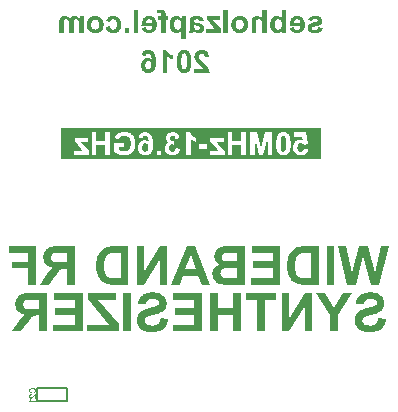
<source format=gbo>
G04 Layer_Color=32896*
%FSAX24Y24*%
%MOIN*%
G70*
G01*
G75*
%ADD47C,0.0050*%
%ADD51C,0.0039*%
G36*
X021562Y024940D02*
X021589Y024935D01*
X021614Y024930D01*
X021636Y024923D01*
X021645Y024919D01*
X021654Y024916D01*
X021662Y024913D01*
X021667Y024910D01*
X021672Y024908D01*
X021676Y024906D01*
X021678Y024905D01*
X021679D01*
X021702Y024889D01*
X021722Y024873D01*
X021739Y024855D01*
X021753Y024839D01*
X021764Y024824D01*
X021773Y024812D01*
X021776Y024807D01*
X021777Y024804D01*
X021780Y024802D01*
Y024801D01*
X021792Y024776D01*
X021799Y024751D01*
X021806Y024728D01*
X021810Y024707D01*
X021812Y024688D01*
X021813Y024681D01*
Y024674D01*
X021815Y024670D01*
Y024665D01*
Y024663D01*
Y024662D01*
X021813Y024628D01*
X021809Y024596D01*
X021804Y024569D01*
X021800Y024557D01*
X021797Y024546D01*
X021794Y024536D01*
X021790Y024528D01*
X021787Y024520D01*
X021785Y024513D01*
X021783Y024508D01*
X021781Y024505D01*
X021780Y024502D01*
Y024501D01*
X021764Y024478D01*
X021748Y024459D01*
X021730Y024441D01*
X021714Y024427D01*
X021699Y024416D01*
X021687Y024408D01*
X021682Y024405D01*
X021679Y024403D01*
X021677Y024402D01*
X021676D01*
X021649Y024391D01*
X021624Y024382D01*
X021600Y024377D01*
X021577Y024372D01*
X021559Y024370D01*
X021551Y024369D01*
X021545D01*
X021539Y024368D01*
X021531D01*
X021508Y024369D01*
X021488Y024371D01*
X021467Y024376D01*
X021448Y024381D01*
X021430Y024387D01*
X021413Y024393D01*
X021398Y024401D01*
X021384Y024408D01*
X021372Y024416D01*
X021361Y024424D01*
X021351Y024430D01*
X021343Y024436D01*
X021337Y024441D01*
X021333Y024446D01*
X021330Y024448D01*
X021329Y024449D01*
X021315Y024465D01*
X021303Y024482D01*
X021292Y024498D01*
X021282Y024516D01*
X021275Y024533D01*
X021268Y024551D01*
X021263Y024567D01*
X021258Y024583D01*
X021255Y024598D01*
X021253Y024612D01*
X021251Y024624D01*
X021249Y024635D01*
X021248Y024643D01*
Y024650D01*
Y024654D01*
Y024655D01*
X021249Y024678D01*
X021252Y024700D01*
X021256Y024720D01*
X021260Y024740D01*
X021267Y024757D01*
X021273Y024775D01*
X021281Y024790D01*
X021288Y024804D01*
X021295Y024816D01*
X021303Y024828D01*
X021310Y024837D01*
X021316Y024846D01*
X021320Y024851D01*
X021325Y024857D01*
X021327Y024859D01*
X021328Y024860D01*
X021343Y024874D01*
X021360Y024886D01*
X021376Y024897D01*
X021394Y024907D01*
X021411Y024914D01*
X021428Y024921D01*
X021444Y024927D01*
X021460Y024931D01*
X021475Y024934D01*
X021489Y024936D01*
X021501Y024939D01*
X021512Y024940D01*
X021521Y024941D01*
X021533D01*
X021562Y024940D01*
D02*
G37*
G36*
X016743D02*
X016770Y024935D01*
X016795Y024930D01*
X016817Y024923D01*
X016826Y024919D01*
X016835Y024916D01*
X016842Y024913D01*
X016848Y024910D01*
X016853Y024908D01*
X016857Y024906D01*
X016859Y024905D01*
X016860D01*
X016883Y024889D01*
X016903Y024873D01*
X016920Y024855D01*
X016934Y024839D01*
X016945Y024824D01*
X016954Y024812D01*
X016957Y024807D01*
X016958Y024804D01*
X016961Y024802D01*
Y024801D01*
X016973Y024776D01*
X016980Y024751D01*
X016987Y024728D01*
X016991Y024707D01*
X016993Y024688D01*
X016994Y024681D01*
Y024674D01*
X016995Y024670D01*
Y024665D01*
Y024663D01*
Y024662D01*
X016994Y024628D01*
X016990Y024596D01*
X016985Y024569D01*
X016981Y024557D01*
X016978Y024546D01*
X016975Y024536D01*
X016971Y024528D01*
X016968Y024520D01*
X016966Y024513D01*
X016964Y024508D01*
X016962Y024505D01*
X016961Y024502D01*
Y024501D01*
X016945Y024478D01*
X016929Y024459D01*
X016911Y024441D01*
X016895Y024427D01*
X016880Y024416D01*
X016868Y024408D01*
X016863Y024405D01*
X016860Y024403D01*
X016858Y024402D01*
X016857D01*
X016830Y024391D01*
X016805Y024382D01*
X016781Y024377D01*
X016758Y024372D01*
X016740Y024370D01*
X016732Y024369D01*
X016726D01*
X016720Y024368D01*
X016712D01*
X016689Y024369D01*
X016669Y024371D01*
X016648Y024376D01*
X016629Y024381D01*
X016611Y024387D01*
X016594Y024393D01*
X016579Y024401D01*
X016565Y024408D01*
X016553Y024416D01*
X016542Y024424D01*
X016532Y024430D01*
X016524Y024436D01*
X016518Y024441D01*
X016513Y024446D01*
X016511Y024448D01*
X016510Y024449D01*
X016496Y024465D01*
X016484Y024482D01*
X016473Y024498D01*
X016463Y024516D01*
X016456Y024533D01*
X016449Y024551D01*
X016444Y024567D01*
X016439Y024583D01*
X016436Y024598D01*
X016434Y024612D01*
X016431Y024624D01*
X016430Y024635D01*
X016429Y024643D01*
Y024650D01*
Y024654D01*
Y024655D01*
X016430Y024678D01*
X016433Y024700D01*
X016437Y024720D01*
X016441Y024740D01*
X016448Y024757D01*
X016454Y024775D01*
X016462Y024790D01*
X016469Y024804D01*
X016476Y024816D01*
X016484Y024828D01*
X016491Y024837D01*
X016497Y024846D01*
X016501Y024851D01*
X016506Y024857D01*
X016508Y024859D01*
X016509Y024860D01*
X016524Y024874D01*
X016541Y024886D01*
X016557Y024897D01*
X016575Y024907D01*
X016592Y024914D01*
X016609Y024921D01*
X016625Y024927D01*
X016641Y024931D01*
X016656Y024934D01*
X016670Y024936D01*
X016682Y024939D01*
X016693Y024940D01*
X016701Y024941D01*
X016713D01*
X016743Y024940D01*
D02*
G37*
G36*
X024091Y024939D02*
X024110Y024936D01*
X024127Y024933D01*
X024143Y024930D01*
X024157Y024925D01*
X024170Y024921D01*
X024182Y024917D01*
X024192Y024911D01*
X024201Y024907D01*
X024208Y024902D01*
X024214Y024899D01*
X024219Y024896D01*
X024222Y024894D01*
X024223Y024893D01*
X024225Y024892D01*
X024234Y024883D01*
X024243Y024873D01*
X024251Y024863D01*
X024256Y024852D01*
X024267Y024832D01*
X024274Y024814D01*
X024277Y024798D01*
X024278Y024790D01*
X024279Y024784D01*
X024280Y024779D01*
Y024776D01*
Y024773D01*
Y024772D01*
X024279Y024758D01*
X024277Y024745D01*
X024275Y024732D01*
X024270Y024720D01*
X024260Y024699D01*
X024248Y024682D01*
X024237Y024667D01*
X024226Y024658D01*
X024221Y024653D01*
X024219Y024651D01*
X024217Y024650D01*
X024216Y024649D01*
X024206Y024643D01*
X024193Y024637D01*
X024178Y024630D01*
X024161Y024625D01*
X024144Y024618D01*
X024125Y024613D01*
X024087Y024602D01*
X024068Y024596D01*
X024051Y024592D01*
X024035Y024588D01*
X024021Y024584D01*
X024009Y024582D01*
X024001Y024580D01*
X023995Y024578D01*
X023993D01*
X023980Y024575D01*
X023970Y024571D01*
X023961Y024568D01*
X023955Y024566D01*
X023950Y024563D01*
X023947Y024561D01*
X023945Y024559D01*
X023938Y024551D01*
X023935Y024542D01*
X023934Y024535D01*
Y024533D01*
Y024532D01*
X023935Y024523D01*
X023937Y024516D01*
X023940Y024509D01*
X023944Y024504D01*
X023947Y024499D01*
X023950Y024496D01*
X023952Y024494D01*
X023954Y024493D01*
X023966Y024486D01*
X023979Y024482D01*
X023993Y024477D01*
X024006Y024475D01*
X024018Y024474D01*
X024029Y024473D01*
X024038D01*
X024056Y024474D01*
X024072Y024476D01*
X024086Y024479D01*
X024097Y024484D01*
X024105Y024487D01*
X024112Y024490D01*
X024116Y024493D01*
X024117Y024494D01*
X024127Y024502D01*
X024135Y024513D01*
X024142Y024523D01*
X024147Y024534D01*
X024150Y024544D01*
X024152Y024552D01*
X024155Y024556D01*
Y024558D01*
X024300Y024536D01*
X024290Y024509D01*
X024278Y024484D01*
X024265Y024463D01*
X024251Y024446D01*
X024238Y024431D01*
X024226Y024422D01*
X024222Y024417D01*
X024219Y024415D01*
X024217Y024414D01*
X024216Y024413D01*
X024203Y024405D01*
X024190Y024397D01*
X024160Y024387D01*
X024131Y024379D01*
X024102Y024373D01*
X024089Y024371D01*
X024077Y024370D01*
X024066Y024369D01*
X024056D01*
X024049Y024368D01*
X024038D01*
X024016Y024369D01*
X023995Y024370D01*
X023975Y024373D01*
X023957Y024377D01*
X023940Y024380D01*
X023925Y024385D01*
X023911Y024390D01*
X023899Y024395D01*
X023888Y024400D01*
X023878Y024405D01*
X023870Y024410D01*
X023864Y024413D01*
X023858Y024417D01*
X023855Y024419D01*
X023853Y024420D01*
X023852Y024422D01*
X023841Y024432D01*
X023831Y024443D01*
X023822Y024454D01*
X023815Y024465D01*
X023809Y024476D01*
X023804Y024487D01*
X023796Y024507D01*
X023792Y024525D01*
X023791Y024533D01*
X023790Y024538D01*
X023788Y024544D01*
Y024548D01*
Y024551D01*
Y024552D01*
X023791Y024576D01*
X023796Y024598D01*
X023803Y024616D01*
X023811Y024631D01*
X023820Y024643D01*
X023827Y024652D01*
X023832Y024657D01*
X023834Y024659D01*
X023844Y024665D01*
X023854Y024673D01*
X023866Y024678D01*
X023879Y024685D01*
X023905Y024696D01*
X023933Y024706D01*
X023957Y024713D01*
X023968Y024716D01*
X023978Y024719D01*
X023985Y024721D01*
X023991Y024722D01*
X023995Y024723D01*
X023996D01*
X024017Y024729D01*
X024035Y024733D01*
X024052Y024737D01*
X024066Y024742D01*
X024079Y024745D01*
X024090Y024748D01*
X024099Y024752D01*
X024108Y024754D01*
X024114Y024757D01*
X024120Y024759D01*
X024124Y024760D01*
X024126Y024763D01*
X024131Y024764D01*
X024132Y024765D01*
X024136Y024769D01*
X024139Y024773D01*
X024144Y024782D01*
X024146Y024789D01*
Y024790D01*
Y024791D01*
X024145Y024798D01*
X024144Y024803D01*
X024137Y024813D01*
X024132Y024818D01*
X024131Y024820D01*
X024129D01*
X024119Y024826D01*
X024107Y024830D01*
X024093Y024832D01*
X024079Y024835D01*
X024067Y024836D01*
X024057Y024837D01*
X024048D01*
X024031Y024836D01*
X024017Y024835D01*
X024005Y024831D01*
X023995Y024828D01*
X023987Y024825D01*
X023982Y024823D01*
X023979Y024820D01*
X023978Y024819D01*
X023969Y024813D01*
X023962Y024805D01*
X023956Y024798D01*
X023951Y024789D01*
X023948Y024782D01*
X023946Y024777D01*
X023944Y024772D01*
Y024771D01*
X023807Y024796D01*
X023816Y024822D01*
X023828Y024843D01*
X023840Y024862D01*
X023853Y024876D01*
X023864Y024888D01*
X023874Y024897D01*
X023880Y024901D01*
X023881Y024904D01*
X023882D01*
X023893Y024910D01*
X023905Y024916D01*
X023932Y024925D01*
X023959Y024932D01*
X023986Y024936D01*
X023999Y024937D01*
X024011Y024939D01*
X024022Y024940D01*
X024031Y024941D01*
X024072D01*
X024091Y024939D01*
D02*
G37*
G36*
X018139Y024380D02*
X017993D01*
Y025136D01*
X018139D01*
Y024380D01*
D02*
G37*
G36*
X017845D02*
X017699D01*
Y024525D01*
X017845D01*
Y024380D01*
D02*
G37*
G36*
X018684Y015726D02*
X018732Y015720D01*
X018775Y015713D01*
X018812Y015705D01*
X018828Y015700D01*
X018843Y015696D01*
X018854Y015692D01*
X018865Y015689D01*
X018873Y015685D01*
X018878Y015683D01*
X018882Y015681D01*
X018884D01*
X018921Y015663D01*
X018952Y015642D01*
X018980Y015620D01*
X019002Y015600D01*
X019021Y015581D01*
X019032Y015567D01*
X019041Y015555D01*
X019043Y015554D01*
Y015552D01*
X019062Y015520D01*
X019075Y015487D01*
X019084Y015455D01*
X019089Y015428D01*
X019093Y015404D01*
X019097Y015385D01*
Y015378D01*
Y015372D01*
Y015370D01*
Y015368D01*
X019095Y015341D01*
X019091Y015313D01*
X019086Y015289D01*
X019078Y015265D01*
X019060Y015220D01*
X019038Y015182D01*
X019028Y015165D01*
X019017Y015152D01*
X019008Y015139D01*
X018999Y015128D01*
X018991Y015120D01*
X018986Y015115D01*
X018982Y015111D01*
X018980Y015109D01*
X018964Y015096D01*
X018943Y015083D01*
X018923Y015070D01*
X018899Y015059D01*
X018852Y015037D01*
X018804Y015019D01*
X018780Y015011D01*
X018760Y015004D01*
X018740Y014998D01*
X018723Y014993D01*
X018710Y014989D01*
X018699Y014985D01*
X018691Y014983D01*
X018690D01*
X018660Y014976D01*
X018634Y014969D01*
X018610Y014963D01*
X018588Y014958D01*
X018569Y014952D01*
X018553Y014948D01*
X018538Y014943D01*
X018525Y014939D01*
X018514Y014937D01*
X018504Y014933D01*
X018492Y014930D01*
X018484Y014926D01*
X018482D01*
X018458Y014917D01*
X018440Y014908D01*
X018423Y014898D01*
X018410Y014889D01*
X018401Y014882D01*
X018395Y014876D01*
X018392Y014872D01*
X018390Y014871D01*
X018380Y014858D01*
X018373Y014845D01*
X018369Y014832D01*
X018366Y014821D01*
X018364Y014809D01*
X018362Y014800D01*
Y014795D01*
Y014793D01*
X018364Y014767D01*
X018371Y014745D01*
X018382Y014722D01*
X018393Y014704D01*
X018406Y014689D01*
X018416Y014678D01*
X018423Y014671D01*
X018427Y014669D01*
X018453Y014652D01*
X018482Y014639D01*
X018514Y014630D01*
X018543Y014624D01*
X018571Y014621D01*
X018593Y014617D01*
X018614D01*
X018656Y014619D01*
X018693Y014626D01*
X018725Y014635D01*
X018753Y014647D01*
X018775Y014658D01*
X018790Y014667D01*
X018799Y014674D01*
X018802Y014676D01*
X018827Y014702D01*
X018845Y014730D01*
X018862Y014761D01*
X018873Y014793D01*
X018882Y014821D01*
X018889Y014843D01*
X018891Y014850D01*
Y014858D01*
X018893Y014861D01*
Y014863D01*
X019145Y014839D01*
X019139Y014800D01*
X019132Y014763D01*
X019121Y014728D01*
X019112Y014697D01*
X019099Y014667D01*
X019086Y014639D01*
X019073Y014615D01*
X019060Y014593D01*
X019047Y014574D01*
X019034Y014558D01*
X019023Y014543D01*
X019012Y014530D01*
X019004Y014521D01*
X018997Y014515D01*
X018993Y014511D01*
X018991Y014510D01*
X018965Y014489D01*
X018938Y014473D01*
X018908Y014458D01*
X018877Y014445D01*
X018847Y014436D01*
X018815Y014426D01*
X018754Y014413D01*
X018727Y014408D01*
X018701Y014404D01*
X018678Y014402D01*
X018658Y014400D01*
X018641Y014399D01*
X018617D01*
X018558Y014400D01*
X018504Y014406D01*
X018456Y014413D01*
X018436Y014417D01*
X018416Y014423D01*
X018399Y014426D01*
X018384Y014430D01*
X018371Y014434D01*
X018360Y014437D01*
X018351Y014441D01*
X018345Y014443D01*
X018342Y014445D01*
X018340D01*
X018299Y014465D01*
X018266Y014487D01*
X018234Y014510D01*
X018210Y014534D01*
X018192Y014554D01*
X018177Y014573D01*
X018169Y014584D01*
X018166Y014585D01*
Y014587D01*
X018145Y014624D01*
X018129Y014660D01*
X018118Y014695D01*
X018110Y014728D01*
X018107Y014754D01*
X018105Y014767D01*
X018103Y014776D01*
Y014784D01*
Y014789D01*
Y014793D01*
Y014795D01*
X018105Y014839D01*
X018110Y014878D01*
X018119Y014913D01*
X018129Y014943D01*
X018138Y014967D01*
X018147Y014983D01*
X018153Y014995D01*
X018155Y014998D01*
X018175Y015028D01*
X018199Y015054D01*
X018223Y015076D01*
X018245Y015095D01*
X018266Y015109D01*
X018282Y015120D01*
X018293Y015128D01*
X018295Y015130D01*
X018297D01*
X018316Y015139D01*
X018334Y015148D01*
X018379Y015165D01*
X018425Y015180D01*
X018469Y015194D01*
X018490Y015200D01*
X018510Y015206D01*
X018529Y015211D01*
X018543Y015215D01*
X018556Y015219D01*
X018566Y015220D01*
X018573Y015222D01*
X018575D01*
X018608Y015231D01*
X018638Y015239D01*
X018666Y015246D01*
X018691Y015254D01*
X018712Y015261D01*
X018732Y015269D01*
X018749Y015276D01*
X018764Y015281D01*
X018777Y015287D01*
X018786Y015293D01*
X018795Y015296D01*
X018801Y015300D01*
X018810Y015306D01*
X018812Y015307D01*
X018825Y015320D01*
X018834Y015333D01*
X018839Y015346D01*
X018843Y015359D01*
X018847Y015368D01*
X018849Y015378D01*
Y015383D01*
Y015385D01*
X018847Y015404D01*
X018843Y015418D01*
X018836Y015433D01*
X018828Y015444D01*
X018821Y015454D01*
X018814Y015459D01*
X018810Y015463D01*
X018808Y015465D01*
X018782Y015481D01*
X018754Y015492D01*
X018725Y015502D01*
X018697Y015507D01*
X018673Y015511D01*
X018653Y015513D01*
X018634D01*
X018595Y015511D01*
X018562Y015505D01*
X018534Y015498D01*
X018512Y015491D01*
X018493Y015483D01*
X018480Y015476D01*
X018473Y015470D01*
X018471Y015468D01*
X018453Y015450D01*
X018436Y015428D01*
X018423Y015405D01*
X018414Y015381D01*
X018406Y015361D01*
X018403Y015344D01*
X018399Y015331D01*
Y015330D01*
Y015328D01*
X018140Y015337D01*
X018142Y015370D01*
X018147Y015400D01*
X018155Y015430D01*
X018164Y015455D01*
X018173Y015481D01*
X018184Y015505D01*
X018195Y015526D01*
X018206Y015546D01*
X018219Y015563D01*
X018231Y015578D01*
X018242Y015591D01*
X018251Y015602D01*
X018258Y015609D01*
X018264Y015615D01*
X018268Y015618D01*
X018269Y015620D01*
X018293Y015639D01*
X018319Y015655D01*
X018347Y015670D01*
X018377Y015683D01*
X018406Y015692D01*
X018436Y015702D01*
X018495Y015715D01*
X018523Y015718D01*
X018547Y015722D01*
X018571Y015724D01*
X018591Y015726D01*
X018608Y015728D01*
X018630D01*
X018684Y015726D01*
D02*
G37*
G36*
X017420Y015487D02*
X016822D01*
X017498Y014656D01*
Y014423D01*
X016455D01*
Y014639D01*
X017185D01*
X016483Y015502D01*
Y015703D01*
X017420D01*
Y015487D01*
D02*
G37*
G36*
X017892Y014423D02*
X017633D01*
Y015703D01*
X017892D01*
Y014423D01*
D02*
G37*
G36*
X016291D02*
X015317D01*
Y014639D01*
X016032D01*
Y014987D01*
X015389D01*
Y015204D01*
X016032D01*
Y015487D01*
X015341D01*
Y015703D01*
X016291D01*
Y014423D01*
D02*
G37*
G36*
X025944Y015726D02*
X025992Y015720D01*
X026034Y015713D01*
X026071Y015705D01*
X026088Y015700D01*
X026103Y015696D01*
X026114Y015692D01*
X026125Y015689D01*
X026132Y015685D01*
X026138Y015683D01*
X026142Y015681D01*
X026144D01*
X026181Y015663D01*
X026212Y015642D01*
X026240Y015620D01*
X026262Y015600D01*
X026281Y015581D01*
X026292Y015567D01*
X026301Y015555D01*
X026303Y015554D01*
Y015552D01*
X026321Y015520D01*
X026334Y015487D01*
X026343Y015455D01*
X026349Y015428D01*
X026353Y015404D01*
X026356Y015385D01*
Y015378D01*
Y015372D01*
Y015370D01*
Y015368D01*
X026355Y015341D01*
X026351Y015313D01*
X026345Y015289D01*
X026338Y015265D01*
X026319Y015220D01*
X026297Y015182D01*
X026288Y015165D01*
X026277Y015152D01*
X026268Y015139D01*
X026258Y015128D01*
X026251Y015120D01*
X026245Y015115D01*
X026242Y015111D01*
X026240Y015109D01*
X026223Y015096D01*
X026203Y015083D01*
X026182Y015070D01*
X026158Y015059D01*
X026112Y015037D01*
X026064Y015019D01*
X026040Y015011D01*
X026020Y015004D01*
X025999Y014998D01*
X025983Y014993D01*
X025970Y014989D01*
X025958Y014985D01*
X025951Y014983D01*
X025949D01*
X025920Y014976D01*
X025894Y014969D01*
X025870Y014963D01*
X025847Y014958D01*
X025829Y014952D01*
X025812Y014948D01*
X025797Y014943D01*
X025784Y014939D01*
X025773Y014937D01*
X025764Y014933D01*
X025751Y014930D01*
X025744Y014926D01*
X025742D01*
X025718Y014917D01*
X025699Y014908D01*
X025683Y014898D01*
X025670Y014889D01*
X025660Y014882D01*
X025655Y014876D01*
X025651Y014872D01*
X025649Y014871D01*
X025640Y014858D01*
X025633Y014845D01*
X025629Y014832D01*
X025625Y014821D01*
X025623Y014809D01*
X025622Y014800D01*
Y014795D01*
Y014793D01*
X025623Y014767D01*
X025631Y014745D01*
X025642Y014722D01*
X025653Y014704D01*
X025666Y014689D01*
X025675Y014678D01*
X025683Y014671D01*
X025686Y014669D01*
X025712Y014652D01*
X025742Y014639D01*
X025773Y014630D01*
X025803Y014624D01*
X025831Y014621D01*
X025853Y014617D01*
X025873D01*
X025916Y014619D01*
X025953Y014626D01*
X025984Y014635D01*
X026012Y014647D01*
X026034Y014658D01*
X026049Y014667D01*
X026058Y014674D01*
X026062Y014676D01*
X026086Y014702D01*
X026105Y014730D01*
X026121Y014761D01*
X026132Y014793D01*
X026142Y014821D01*
X026149Y014843D01*
X026151Y014850D01*
Y014858D01*
X026153Y014861D01*
Y014863D01*
X026405Y014839D01*
X026399Y014800D01*
X026392Y014763D01*
X026380Y014728D01*
X026371Y014697D01*
X026358Y014667D01*
X026345Y014639D01*
X026332Y014615D01*
X026319Y014593D01*
X026306Y014574D01*
X026293Y014558D01*
X026282Y014543D01*
X026271Y014530D01*
X026264Y014521D01*
X026256Y014515D01*
X026253Y014511D01*
X026251Y014510D01*
X026225Y014489D01*
X026197Y014473D01*
X026168Y014458D01*
X026136Y014445D01*
X026107Y014436D01*
X026075Y014426D01*
X026014Y014413D01*
X025986Y014408D01*
X025960Y014404D01*
X025938Y014402D01*
X025918Y014400D01*
X025901Y014399D01*
X025877D01*
X025818Y014400D01*
X025764Y014406D01*
X025716Y014413D01*
X025696Y014417D01*
X025675Y014423D01*
X025659Y014426D01*
X025644Y014430D01*
X025631Y014434D01*
X025620Y014437D01*
X025610Y014441D01*
X025605Y014443D01*
X025601Y014445D01*
X025599D01*
X025559Y014465D01*
X025525Y014487D01*
X025494Y014510D01*
X025470Y014534D01*
X025451Y014554D01*
X025436Y014573D01*
X025429Y014584D01*
X025425Y014585D01*
Y014587D01*
X025405Y014624D01*
X025388Y014660D01*
X025377Y014695D01*
X025370Y014728D01*
X025366Y014754D01*
X025364Y014767D01*
X025362Y014776D01*
Y014784D01*
Y014789D01*
Y014793D01*
Y014795D01*
X025364Y014839D01*
X025370Y014878D01*
X025379Y014913D01*
X025388Y014943D01*
X025398Y014967D01*
X025407Y014983D01*
X025412Y014995D01*
X025414Y014998D01*
X025435Y015028D01*
X025459Y015054D01*
X025483Y015076D01*
X025505Y015095D01*
X025525Y015109D01*
X025542Y015120D01*
X025553Y015128D01*
X025555Y015130D01*
X025557D01*
X025575Y015139D01*
X025594Y015148D01*
X025638Y015165D01*
X025684Y015180D01*
X025729Y015194D01*
X025749Y015200D01*
X025770Y015206D01*
X025788Y015211D01*
X025803Y015215D01*
X025816Y015219D01*
X025825Y015220D01*
X025833Y015222D01*
X025834D01*
X025868Y015231D01*
X025897Y015239D01*
X025925Y015246D01*
X025951Y015254D01*
X025971Y015261D01*
X025992Y015269D01*
X026008Y015276D01*
X026023Y015281D01*
X026036Y015287D01*
X026045Y015293D01*
X026055Y015296D01*
X026060Y015300D01*
X026070Y015306D01*
X026071Y015307D01*
X026084Y015320D01*
X026094Y015333D01*
X026099Y015346D01*
X026103Y015359D01*
X026107Y015368D01*
X026108Y015378D01*
Y015383D01*
Y015385D01*
X026107Y015404D01*
X026103Y015418D01*
X026095Y015433D01*
X026088Y015444D01*
X026081Y015454D01*
X026073Y015459D01*
X026070Y015463D01*
X026068Y015465D01*
X026042Y015481D01*
X026014Y015492D01*
X025984Y015502D01*
X025957Y015507D01*
X025933Y015511D01*
X025912Y015513D01*
X025894D01*
X025855Y015511D01*
X025821Y015505D01*
X025794Y015498D01*
X025772Y015491D01*
X025753Y015483D01*
X025740Y015476D01*
X025733Y015470D01*
X025731Y015468D01*
X025712Y015450D01*
X025696Y015428D01*
X025683Y015405D01*
X025673Y015381D01*
X025666Y015361D01*
X025662Y015344D01*
X025659Y015331D01*
Y015330D01*
Y015328D01*
X025399Y015337D01*
X025401Y015370D01*
X025407Y015400D01*
X025414Y015430D01*
X025424Y015455D01*
X025433Y015481D01*
X025444Y015505D01*
X025455Y015526D01*
X025466Y015546D01*
X025479Y015563D01*
X025490Y015578D01*
X025501Y015591D01*
X025511Y015602D01*
X025518Y015609D01*
X025523Y015615D01*
X025527Y015618D01*
X025529Y015620D01*
X025553Y015639D01*
X025579Y015655D01*
X025607Y015670D01*
X025636Y015683D01*
X025666Y015692D01*
X025696Y015702D01*
X025755Y015715D01*
X025783Y015718D01*
X025807Y015722D01*
X025831Y015724D01*
X025851Y015726D01*
X025868Y015728D01*
X025890D01*
X025944Y015726D01*
D02*
G37*
G36*
X015097Y014423D02*
X014838D01*
Y014958D01*
X014754D01*
X014728Y014956D01*
X014706Y014954D01*
X014688Y014950D01*
X014673Y014948D01*
X014664Y014945D01*
X014658Y014943D01*
X014656D01*
X014641Y014935D01*
X014627Y014928D01*
X014614Y014919D01*
X014601Y014911D01*
X014591Y014902D01*
X014584Y014895D01*
X014580Y014891D01*
X014578Y014889D01*
X014571Y014880D01*
X014562Y014871D01*
X014541Y014843D01*
X014519Y014813D01*
X014495Y014780D01*
X014475Y014750D01*
X014466Y014735D01*
X014458Y014724D01*
X014451Y014715D01*
X014445Y014708D01*
X014443Y014702D01*
X014442Y014700D01*
X014256Y014423D01*
X013945D01*
X014103Y014672D01*
X014119Y014698D01*
X014136Y014724D01*
X014151Y014747D01*
X014166Y014767D01*
X014179Y014785D01*
X014190Y014804D01*
X014212Y014832D01*
X014229Y014854D01*
X014240Y014869D01*
X014249Y014878D01*
X014251Y014880D01*
X014271Y014902D01*
X014295Y014922D01*
X014318Y014939D01*
X014340Y014956D01*
X014358Y014969D01*
X014373Y014978D01*
X014384Y014985D01*
X014386Y014987D01*
X014388D01*
X014356Y014993D01*
X014329Y015000D01*
X014303Y015008D01*
X014277Y015017D01*
X014255Y015026D01*
X014234Y015035D01*
X014214Y015045D01*
X014197Y015056D01*
X014182Y015065D01*
X014169Y015074D01*
X014158Y015083D01*
X014151Y015091D01*
X014144Y015096D01*
X014138Y015102D01*
X014136Y015104D01*
X014134Y015106D01*
X014119Y015124D01*
X014107Y015143D01*
X014084Y015183D01*
X014069Y015222D01*
X014060Y015261D01*
X014053Y015294D01*
X014051Y015307D01*
Y015320D01*
X014049Y015330D01*
Y015339D01*
Y015343D01*
Y015344D01*
X014051Y015385D01*
X014058Y015424D01*
X014068Y015457D01*
X014077Y015487D01*
X014088Y015511D01*
X014097Y015530D01*
X014101Y015535D01*
X014105Y015541D01*
X014107Y015542D01*
Y015544D01*
X014129Y015576D01*
X014153Y015602D01*
X014177Y015622D01*
X014201Y015641D01*
X014223Y015652D01*
X014240Y015661D01*
X014251Y015666D01*
X014253Y015668D01*
X014255D01*
X014273Y015674D01*
X014293Y015679D01*
X014340Y015689D01*
X014390Y015694D01*
X014438Y015700D01*
X014462D01*
X014482Y015702D01*
X014503D01*
X014519Y015703D01*
X015097D01*
Y014423D01*
D02*
G37*
G36*
X022429Y024380D02*
X022283D01*
Y024654D01*
X022282Y024678D01*
X022281Y024699D01*
X022279Y024718D01*
X022277Y024732D01*
X022275Y024744D01*
X022272Y024752D01*
X022270Y024757D01*
Y024758D01*
X022265Y024770D01*
X022258Y024781D01*
X022252Y024790D01*
X022244Y024798D01*
X022239Y024803D01*
X022233Y024807D01*
X022230Y024810D01*
X022229Y024811D01*
X022218Y024817D01*
X022207Y024822D01*
X022196Y024825D01*
X022186Y024827D01*
X022177Y024828D01*
X022171Y024829D01*
X022164D01*
X022153Y024828D01*
X022142Y024827D01*
X022134Y024825D01*
X022126Y024823D01*
X022121Y024819D01*
X022115Y024817D01*
X022113Y024816D01*
X022112Y024815D01*
X022104Y024810D01*
X022099Y024803D01*
X022089Y024791D01*
X022087Y024785D01*
X022084Y024782D01*
X022082Y024779D01*
Y024778D01*
X022081Y024772D01*
X022079Y024767D01*
X022077Y024752D01*
X022076Y024733D01*
X022075Y024714D01*
X022074Y024697D01*
Y024689D01*
Y024683D01*
Y024676D01*
Y024672D01*
Y024670D01*
Y024669D01*
Y024380D01*
X021928D01*
Y024701D01*
Y024728D01*
X021929Y024749D01*
X021930Y024768D01*
X021931Y024783D01*
X021934Y024794D01*
X021935Y024803D01*
X021936Y024808D01*
Y024810D01*
X021939Y024823D01*
X021943Y024835D01*
X021948Y024846D01*
X021953Y024855D01*
X021958Y024863D01*
X021961Y024869D01*
X021963Y024873D01*
X021964Y024874D01*
X021973Y024884D01*
X021983Y024894D01*
X021993Y024901D01*
X022003Y024908D01*
X022011Y024913D01*
X022019Y024918D01*
X022023Y024920D01*
X022025Y024921D01*
X022041Y024928D01*
X022057Y024932D01*
X022071Y024936D01*
X022086Y024939D01*
X022098Y024940D01*
X022107Y024941D01*
X022116D01*
X022134Y024940D01*
X022151Y024937D01*
X022168Y024933D01*
X022183Y024928D01*
X022211Y024914D01*
X022224Y024907D01*
X022236Y024899D01*
X022246Y024890D01*
X022256Y024883D01*
X022264Y024876D01*
X022271Y024870D01*
X022276Y024864D01*
X022280Y024860D01*
X022282Y024858D01*
X022283Y024857D01*
Y025136D01*
X022429D01*
Y024380D01*
D02*
G37*
G36*
X023079D02*
X022945D01*
Y024460D01*
X022932Y024443D01*
X022918Y024429D01*
X022905Y024418D01*
X022893Y024408D01*
X022882Y024401D01*
X022874Y024395D01*
X022868Y024392D01*
X022866Y024391D01*
X022848Y024383D01*
X022832Y024378D01*
X022817Y024373D01*
X022803Y024371D01*
X022791Y024369D01*
X022781Y024368D01*
X022773D01*
X022756Y024369D01*
X022738Y024371D01*
X022723Y024375D01*
X022708Y024380D01*
X022679Y024392D01*
X022667Y024399D01*
X022655Y024406D01*
X022645Y024413D01*
X022636Y024419D01*
X022629Y024426D01*
X022622Y024431D01*
X022617Y024437D01*
X022613Y024440D01*
X022611Y024442D01*
X022610Y024443D01*
X022598Y024459D01*
X022588Y024474D01*
X022579Y024491D01*
X022571Y024509D01*
X022564Y024528D01*
X022559Y024545D01*
X022551Y024580D01*
X022548Y024596D01*
X022546Y024612D01*
X022545Y024625D01*
X022544Y024637D01*
X022542Y024647D01*
Y024653D01*
Y024659D01*
Y024660D01*
X022544Y024685D01*
X022546Y024708D01*
X022549Y024730D01*
X022552Y024749D01*
X022558Y024768D01*
X022563Y024785D01*
X022570Y024801D01*
X022575Y024815D01*
X022582Y024827D01*
X022588Y024838D01*
X022594Y024847D01*
X022598Y024854D01*
X022603Y024860D01*
X022606Y024864D01*
X022608Y024866D01*
X022609Y024867D01*
X022622Y024881D01*
X022635Y024892D01*
X022648Y024901D01*
X022663Y024910D01*
X022677Y024917D01*
X022690Y024923D01*
X022716Y024932D01*
X022729Y024934D01*
X022740Y024936D01*
X022750Y024939D01*
X022759Y024940D01*
X022765Y024941D01*
X022775D01*
X022792Y024940D01*
X022808Y024937D01*
X022824Y024934D01*
X022839Y024929D01*
X022866Y024917D01*
X022889Y024902D01*
X022899Y024896D01*
X022908Y024888D01*
X022915Y024882D01*
X022922Y024876D01*
X022927Y024871D01*
X022930Y024867D01*
X022933Y024865D01*
X022934Y024864D01*
Y025136D01*
X023079D01*
Y024380D01*
D02*
G37*
G36*
X016041Y024940D02*
X016059Y024937D01*
X016075Y024933D01*
X016092Y024928D01*
X016120Y024913D01*
X016133Y024905D01*
X016145Y024897D01*
X016156Y024889D01*
X016166Y024881D01*
X016174Y024874D01*
X016180Y024867D01*
X016186Y024861D01*
X016190Y024857D01*
X016192Y024854D01*
X016193Y024853D01*
Y024929D01*
X016327D01*
Y024380D01*
X016181D01*
Y024646D01*
Y024673D01*
X016179Y024697D01*
X016178Y024716D01*
X016176Y024732D01*
X016174Y024743D01*
X016172Y024752D01*
X016170Y024757D01*
Y024758D01*
X016165Y024770D01*
X016159Y024781D01*
X016153Y024790D01*
X016146Y024798D01*
X016141Y024803D01*
X016136Y024807D01*
X016133Y024810D01*
X016132Y024811D01*
X016121Y024817D01*
X016111Y024822D01*
X016101Y024825D01*
X016092Y024827D01*
X016084Y024828D01*
X016077Y024829D01*
X016062D01*
X016053Y024827D01*
X016046Y024826D01*
X016039Y024824D01*
X016035Y024822D01*
X016031Y024819D01*
X016029Y024818D01*
X016028Y024817D01*
X016023Y024813D01*
X016017Y024807D01*
X016010Y024795D01*
X016007Y024791D01*
X016005Y024787D01*
X016004Y024783D01*
Y024782D01*
X016003Y024778D01*
X016001Y024771D01*
X015999Y024756D01*
X015998Y024740D01*
X015996Y024722D01*
X015995Y024706D01*
Y024693D01*
Y024687D01*
Y024683D01*
Y024681D01*
Y024679D01*
Y024380D01*
X015850D01*
Y024642D01*
Y024670D01*
X015848Y024693D01*
X015847Y024712D01*
X015845Y024729D01*
X015842Y024741D01*
X015841Y024749D01*
X015839Y024754D01*
Y024756D01*
X015834Y024769D01*
X015828Y024780D01*
X015822Y024789D01*
X015815Y024796D01*
X015810Y024803D01*
X015805Y024807D01*
X015802Y024810D01*
X015801Y024811D01*
X015791Y024817D01*
X015780Y024822D01*
X015770Y024825D01*
X015761Y024827D01*
X015754Y024828D01*
X015748Y024829D01*
X015743D01*
X015729Y024828D01*
X015716Y024825D01*
X015705Y024819D01*
X015696Y024814D01*
X015689Y024807D01*
X015685Y024803D01*
X015682Y024799D01*
X015681Y024798D01*
X015678Y024792D01*
X015675Y024787D01*
X015672Y024771D01*
X015669Y024754D01*
X015667Y024736D01*
X015666Y024720D01*
X015665Y024706D01*
Y024700D01*
Y024696D01*
Y024694D01*
Y024693D01*
Y024380D01*
X015520D01*
Y024730D01*
X015521Y024757D01*
X015522Y024781D01*
X015524Y024801D01*
X015528Y024816D01*
X015531Y024828D01*
X015533Y024837D01*
X015534Y024842D01*
X015535Y024843D01*
X015544Y024861D01*
X015554Y024875D01*
X015565Y024887D01*
X015575Y024898D01*
X015584Y024906D01*
X015592Y024911D01*
X015596Y024914D01*
X015599Y024916D01*
X015615Y024924D01*
X015633Y024930D01*
X015649Y024934D01*
X015665Y024937D01*
X015680Y024940D01*
X015690Y024941D01*
X015700D01*
X015718Y024940D01*
X015734Y024937D01*
X015749Y024934D01*
X015763Y024930D01*
X015774Y024925D01*
X015782Y024922D01*
X015788Y024920D01*
X015790Y024919D01*
X015805Y024910D01*
X015819Y024899D01*
X015833Y024888D01*
X015845Y024877D01*
X015854Y024867D01*
X015861Y024860D01*
X015865Y024854D01*
X015868Y024852D01*
X015877Y024867D01*
X015888Y024882D01*
X015899Y024893D01*
X015909Y024902D01*
X015918Y024910D01*
X015925Y024914D01*
X015930Y024918D01*
X015932Y024919D01*
X015947Y024927D01*
X015963Y024932D01*
X015978Y024935D01*
X015992Y024939D01*
X016004Y024940D01*
X016014Y024941D01*
X016023D01*
X016041Y024940D01*
D02*
G37*
G36*
X020136Y024939D02*
X020153Y024937D01*
X020168Y024934D01*
X020184Y024932D01*
X020197Y024929D01*
X020209Y024924D01*
X020220Y024921D01*
X020229Y024918D01*
X020237Y024913D01*
X020244Y024910D01*
X020250Y024908D01*
X020255Y024905D01*
X020258Y024904D01*
X020259Y024901D01*
X020260D01*
X020279Y024885D01*
X020294Y024866D01*
X020307Y024847D01*
X020318Y024828D01*
X020326Y024811D01*
X020329Y024803D01*
X020331Y024796D01*
X020333Y024791D01*
X020335Y024787D01*
X020336Y024784D01*
Y024783D01*
X020206Y024759D01*
X020200Y024772D01*
X020195Y024783D01*
X020189Y024793D01*
X020183Y024801D01*
X020178Y024806D01*
X020174Y024810D01*
X020172Y024812D01*
X020171Y024813D01*
X020162Y024818D01*
X020152Y024823D01*
X020141Y024825D01*
X020131Y024827D01*
X020123Y024828D01*
X020116Y024829D01*
X020109D01*
X020090Y024828D01*
X020073Y024826D01*
X020060Y024824D01*
X020049Y024820D01*
X020042Y024816D01*
X020036Y024814D01*
X020033Y024812D01*
X020032Y024811D01*
X020024Y024803D01*
X020019Y024794D01*
X020015Y024784D01*
X020012Y024775D01*
X020011Y024765D01*
X020010Y024757D01*
Y024753D01*
Y024751D01*
Y024736D01*
X020018Y024733D01*
X020027Y024730D01*
X020048Y024723D01*
X020072Y024718D01*
X020095Y024712D01*
X020117Y024707D01*
X020127Y024705D01*
X020136Y024704D01*
X020142Y024702D01*
X020148Y024701D01*
X020151Y024700D01*
X020152D01*
X020178Y024695D01*
X020202Y024689D01*
X020222Y024684D01*
X020238Y024678D01*
X020252Y024673D01*
X020260Y024670D01*
X020266Y024667D01*
X020268Y024666D01*
X020282Y024659D01*
X020294Y024650D01*
X020305Y024640D01*
X020313Y024631D01*
X020320Y024624D01*
X020325Y024617D01*
X020328Y024613D01*
X020329Y024611D01*
X020337Y024596D01*
X020342Y024582D01*
X020346Y024569D01*
X020348Y024556D01*
X020350Y024545D01*
X020351Y024536D01*
Y024531D01*
Y024529D01*
X020350Y024516D01*
X020349Y024504D01*
X020343Y024481D01*
X020336Y024461D01*
X020327Y024444D01*
X020318Y024431D01*
X020311Y024422D01*
X020305Y024415D01*
X020303Y024414D01*
Y024413D01*
X020283Y024397D01*
X020261Y024387D01*
X020240Y024379D01*
X020218Y024373D01*
X020199Y024370D01*
X020190Y024369D01*
X020184D01*
X020177Y024368D01*
X020170D01*
X020152Y024369D01*
X020135Y024371D01*
X020119Y024373D01*
X020106Y024377D01*
X020095Y024380D01*
X020086Y024383D01*
X020081Y024384D01*
X020079Y024385D01*
X020064Y024393D01*
X020048Y024401D01*
X020035Y024411D01*
X020023Y024419D01*
X020013Y024427D01*
X020006Y024434D01*
X020001Y024438D01*
X019999Y024439D01*
X019998Y024435D01*
X019996Y024429D01*
X019995Y024425D01*
X019994Y024424D01*
Y024423D01*
X019990Y024413D01*
X019988Y024404D01*
X019986Y024396D01*
X019984Y024391D01*
X019982Y024387D01*
X019980Y024382D01*
X019979Y024381D01*
Y024380D01*
X019836D01*
X019843Y024394D01*
X019848Y024407D01*
X019853Y024419D01*
X019857Y024430D01*
X019859Y024439D01*
X019861Y024447D01*
X019862Y024451D01*
Y024452D01*
X019865Y024466D01*
X019866Y024484D01*
X019868Y024501D01*
Y024519D01*
X019869Y024534D01*
Y024547D01*
Y024553D01*
Y024556D01*
Y024558D01*
Y024559D01*
X019867Y024729D01*
Y024746D01*
X019868Y024761D01*
X019869Y024776D01*
X019870Y024789D01*
X019871Y024801D01*
X019873Y024812D01*
X019874Y024822D01*
X019877Y024829D01*
X019879Y024837D01*
X019880Y024842D01*
X019883Y024852D01*
X019885Y024857D01*
X019886Y024859D01*
X019895Y024871D01*
X019905Y024883D01*
X019916Y024893D01*
X019928Y024901D01*
X019938Y024908D01*
X019947Y024912D01*
X019952Y024916D01*
X019953Y024917D01*
X019954D01*
X019964Y024921D01*
X019974Y024924D01*
X019997Y024931D01*
X020021Y024935D01*
X020044Y024937D01*
X020066Y024940D01*
X020074D01*
X020082Y024941D01*
X020118D01*
X020136Y024939D01*
D02*
G37*
G36*
X020880Y024808D02*
X020687Y024810D01*
X020659D01*
X020647Y024811D01*
X020631D01*
X020624Y024812D01*
X020620D01*
X020631Y024801D01*
X020642Y024789D01*
X020655Y024775D01*
X020667Y024761D01*
X020678Y024749D01*
X020687Y024740D01*
X020693Y024732D01*
X020694Y024731D01*
X020695Y024730D01*
X020900Y024495D01*
Y024380D01*
X020410D01*
Y024508D01*
X020653D01*
X020665Y024507D01*
X020678D01*
X020690Y024506D01*
X020700D01*
X020704Y024505D01*
X020710D01*
X020636Y024584D01*
X020426Y024826D01*
Y024929D01*
X020880D01*
Y024808D01*
D02*
G37*
G36*
X024250Y020170D02*
X015580D01*
Y021204D01*
X024250D01*
Y020170D01*
D02*
G37*
G36*
X021136Y024380D02*
X020990D01*
Y025136D01*
X021136D01*
Y024380D01*
D02*
G37*
G36*
X018915Y025149D02*
X018934Y025147D01*
X018951Y025144D01*
X018966Y025140D01*
X018977Y025135D01*
X018986Y025132D01*
X018991Y025130D01*
X018993Y025129D01*
X019007Y025120D01*
X019019Y025111D01*
X019027Y025101D01*
X019035Y025093D01*
X019040Y025085D01*
X019044Y025078D01*
X019046Y025074D01*
X019047Y025073D01*
X019051Y025059D01*
X019055Y025042D01*
X019058Y025025D01*
X019059Y025008D01*
X019060Y024993D01*
X019061Y024981D01*
Y024976D01*
Y024972D01*
Y024970D01*
Y024969D01*
Y024929D01*
X019142D01*
Y024815D01*
X019061D01*
Y024380D01*
X018916D01*
Y024815D01*
X018808D01*
Y024929D01*
X018916D01*
Y024967D01*
X018915Y024981D01*
X018914Y024993D01*
X018912Y025003D01*
X018909Y025011D01*
X018907Y025017D01*
X018905Y025020D01*
X018903Y025023D01*
Y025024D01*
X018896Y025029D01*
X018890Y025033D01*
X018874Y025037D01*
X018868Y025038D01*
X018862Y025039D01*
X018857D01*
X018833Y025038D01*
X018822Y025037D01*
X018812Y025035D01*
X018803Y025034D01*
X018796Y025031D01*
X018791Y025030D01*
X018790D01*
X018771Y025132D01*
X018793Y025139D01*
X018815Y025143D01*
X018836Y025146D01*
X018855Y025148D01*
X018870Y025149D01*
X018882Y025151D01*
X018893D01*
X018915Y025149D01*
D02*
G37*
G36*
X018538Y024940D02*
X018556Y024937D01*
X018575Y024933D01*
X018591Y024929D01*
X018608Y024923D01*
X018622Y024917D01*
X018636Y024909D01*
X018648Y024902D01*
X018659Y024895D01*
X018669Y024887D01*
X018678Y024881D01*
X018684Y024875D01*
X018690Y024871D01*
X018694Y024866D01*
X018696Y024864D01*
X018697Y024863D01*
X018709Y024848D01*
X018720Y024831D01*
X018730Y024815D01*
X018739Y024798D01*
X018745Y024779D01*
X018751Y024761D01*
X018760Y024728D01*
X018763Y024711D01*
X018765Y024697D01*
X018766Y024684D01*
X018767Y024673D01*
X018768Y024663D01*
Y024655D01*
Y024651D01*
Y024650D01*
X018767Y024629D01*
X018766Y024608D01*
X018763Y024590D01*
X018760Y024572D01*
X018756Y024555D01*
X018751Y024540D01*
X018746Y024525D01*
X018741Y024512D01*
X018737Y024500D01*
X018731Y024490D01*
X018727Y024482D01*
X018724Y024474D01*
X018719Y024469D01*
X018717Y024464D01*
X018716Y024462D01*
X018715Y024461D01*
X018701Y024444D01*
X018686Y024430D01*
X018670Y024418D01*
X018652Y024407D01*
X018635Y024399D01*
X018617Y024391D01*
X018600Y024384D01*
X018583Y024380D01*
X018567Y024376D01*
X018552Y024373D01*
X018538Y024371D01*
X018526Y024369D01*
X018516D01*
X018509Y024368D01*
X018503D01*
X018471Y024370D01*
X018442Y024375D01*
X018416Y024381D01*
X018395Y024389D01*
X018385Y024393D01*
X018377Y024396D01*
X018369Y024400D01*
X018364Y024403D01*
X018360Y024406D01*
X018355Y024407D01*
X018354Y024410D01*
X018353D01*
X018332Y024427D01*
X018314Y024446D01*
X018298Y024466D01*
X018286Y024486D01*
X018276Y024504D01*
X018273Y024511D01*
X018270Y024518D01*
X018268Y024523D01*
X018266Y024528D01*
X018264Y024530D01*
Y024531D01*
X018409Y024555D01*
X018414Y024541D01*
X018420Y024528D01*
X018425Y024518D01*
X018432Y024509D01*
X018436Y024502D01*
X018440Y024498D01*
X018444Y024496D01*
X018445Y024495D01*
X018454Y024488D01*
X018463Y024484D01*
X018473Y024481D01*
X018482Y024478D01*
X018490Y024477D01*
X018496Y024476D01*
X018502D01*
X018519Y024477D01*
X018536Y024482D01*
X018551Y024487D01*
X018563Y024494D01*
X018573Y024500D01*
X018579Y024506D01*
X018585Y024510D01*
X018586Y024511D01*
X018597Y024525D01*
X018604Y024542D01*
X018611Y024559D01*
X018615Y024575D01*
X018617Y024590D01*
X018619Y024601D01*
X018620Y024605D01*
Y024608D01*
Y024611D01*
Y024612D01*
X018257D01*
Y024642D01*
X018259Y024670D01*
X018262Y024696D01*
X018267Y024720D01*
X018272Y024743D01*
X018278Y024763D01*
X018284Y024781D01*
X018291Y024798D01*
X018297Y024812D01*
X018304Y024825D01*
X018309Y024835D01*
X018315Y024843D01*
X018319Y024850D01*
X018322Y024855D01*
X018325Y024858D01*
X018326Y024859D01*
X018339Y024873D01*
X018354Y024886D01*
X018369Y024897D01*
X018385Y024906D01*
X018401Y024914D01*
X018417Y024921D01*
X018433Y024927D01*
X018448Y024931D01*
X018462Y024934D01*
X018475Y024936D01*
X018487Y024939D01*
X018497Y024940D01*
X018506Y024941D01*
X018518D01*
X018538Y024940D01*
D02*
G37*
G36*
X017340D02*
X017361Y024937D01*
X017381Y024934D01*
X017399Y024929D01*
X017416Y024923D01*
X017433Y024917D01*
X017447Y024910D01*
X017460Y024902D01*
X017472Y024896D01*
X017482Y024888D01*
X017491Y024882D01*
X017498Y024876D01*
X017504Y024871D01*
X017508Y024867D01*
X017510Y024865D01*
X017511Y024864D01*
X017523Y024849D01*
X017534Y024834D01*
X017544Y024817D01*
X017553Y024800D01*
X017559Y024782D01*
X017565Y024765D01*
X017574Y024731D01*
X017577Y024714D01*
X017579Y024700D01*
X017580Y024687D01*
X017581Y024675D01*
X017582Y024666D01*
Y024659D01*
Y024654D01*
Y024653D01*
X017581Y024629D01*
X017579Y024605D01*
X017576Y024584D01*
X017571Y024564D01*
X017566Y024545D01*
X017559Y024528D01*
X017554Y024512D01*
X017546Y024498D01*
X017540Y024485D01*
X017534Y024474D01*
X017528Y024465D01*
X017522Y024458D01*
X017518Y024451D01*
X017515Y024447D01*
X017512Y024444D01*
X017511Y024443D01*
X017497Y024430D01*
X017483Y024418D01*
X017468Y024408D01*
X017451Y024400D01*
X017436Y024392D01*
X017420Y024387D01*
X017404Y024381D01*
X017389Y024378D01*
X017375Y024375D01*
X017362Y024372D01*
X017350Y024370D01*
X017340Y024369D01*
X017332Y024368D01*
X017320D01*
X017300Y024369D01*
X017283Y024370D01*
X017265Y024372D01*
X017249Y024376D01*
X017234Y024379D01*
X017221Y024383D01*
X017208Y024388D01*
X017197Y024393D01*
X017186Y024397D01*
X017177Y024402D01*
X017169Y024406D01*
X017163Y024410D01*
X017158Y024413D01*
X017155Y024415D01*
X017153Y024417D01*
X017152D01*
X017141Y024427D01*
X017130Y024438D01*
X017111Y024462D01*
X017096Y024486D01*
X017085Y024510D01*
X017076Y024532D01*
X017073Y024542D01*
X017070Y024549D01*
X017068Y024556D01*
X017067Y024561D01*
X017065Y024565D01*
Y024566D01*
X017208Y024590D01*
X017212Y024570D01*
X017218Y024553D01*
X017224Y024538D01*
X017230Y024528D01*
X017237Y024519D01*
X017241Y024513D01*
X017245Y024510D01*
X017246Y024509D01*
X017257Y024501D01*
X017268Y024496D01*
X017279Y024491D01*
X017290Y024489D01*
X017299Y024487D01*
X017307Y024486D01*
X017314D01*
X017333Y024488D01*
X017351Y024493D01*
X017365Y024498D01*
X017378Y024506D01*
X017388Y024513D01*
X017394Y024519D01*
X017400Y024523D01*
X017401Y024525D01*
X017406Y024534D01*
X017412Y024543D01*
X017420Y024564D01*
X017426Y024587D01*
X017429Y024610D01*
X017432Y024631D01*
X017433Y024640D01*
Y024648D01*
X017434Y024654D01*
Y024660D01*
Y024663D01*
Y024664D01*
Y024679D01*
X017433Y024695D01*
X017430Y024708D01*
X017428Y024721D01*
X017426Y024732D01*
X017424Y024742D01*
X017417Y024759D01*
X017412Y024772D01*
X017406Y024781D01*
X017403Y024787D01*
X017402Y024789D01*
X017389Y024802D01*
X017375Y024811D01*
X017361Y024817D01*
X017347Y024823D01*
X017334Y024825D01*
X017324Y024826D01*
X017318Y024827D01*
X017316D01*
X017302Y024826D01*
X017288Y024824D01*
X017277Y024820D01*
X017268Y024816D01*
X017260Y024812D01*
X017255Y024808D01*
X017251Y024806D01*
X017250Y024805D01*
X017241Y024796D01*
X017234Y024787D01*
X017228Y024776D01*
X017223Y024766D01*
X017220Y024756D01*
X017217Y024748D01*
X017216Y024744D01*
Y024742D01*
X017073Y024768D01*
X017084Y024799D01*
X017097Y024825D01*
X017111Y024847D01*
X017126Y024865D01*
X017139Y024880D01*
X017148Y024889D01*
X017153Y024893D01*
X017156Y024895D01*
X017157Y024897D01*
X017158D01*
X017182Y024911D01*
X017209Y024922D01*
X017235Y024930D01*
X017260Y024935D01*
X017272Y024937D01*
X017283Y024939D01*
X017293Y024940D01*
X017302D01*
X017308Y024941D01*
X017318D01*
X017340Y024940D01*
D02*
G37*
G36*
X023473D02*
X023491Y024937D01*
X023510Y024933D01*
X023526Y024929D01*
X023543Y024923D01*
X023557Y024917D01*
X023571Y024909D01*
X023583Y024902D01*
X023594Y024895D01*
X023604Y024887D01*
X023612Y024881D01*
X023619Y024875D01*
X023625Y024871D01*
X023629Y024866D01*
X023631Y024864D01*
X023632Y024863D01*
X023644Y024848D01*
X023655Y024831D01*
X023665Y024815D01*
X023674Y024798D01*
X023680Y024779D01*
X023686Y024761D01*
X023694Y024728D01*
X023698Y024711D01*
X023700Y024697D01*
X023701Y024684D01*
X023702Y024673D01*
X023703Y024663D01*
Y024655D01*
Y024651D01*
Y024650D01*
X023702Y024629D01*
X023701Y024608D01*
X023698Y024590D01*
X023694Y024572D01*
X023691Y024555D01*
X023686Y024540D01*
X023681Y024525D01*
X023676Y024512D01*
X023672Y024500D01*
X023666Y024490D01*
X023662Y024482D01*
X023658Y024474D01*
X023654Y024469D01*
X023652Y024464D01*
X023651Y024462D01*
X023650Y024461D01*
X023635Y024444D01*
X023621Y024430D01*
X023605Y024418D01*
X023587Y024407D01*
X023570Y024399D01*
X023552Y024391D01*
X023535Y024384D01*
X023517Y024380D01*
X023502Y024376D01*
X023487Y024373D01*
X023473Y024371D01*
X023461Y024369D01*
X023451D01*
X023444Y024368D01*
X023438D01*
X023406Y024370D01*
X023376Y024375D01*
X023351Y024381D01*
X023329Y024389D01*
X023320Y024393D01*
X023312Y024396D01*
X023304Y024400D01*
X023299Y024403D01*
X023294Y024406D01*
X023290Y024407D01*
X023289Y024410D01*
X023288D01*
X023267Y024427D01*
X023249Y024446D01*
X023233Y024466D01*
X023221Y024486D01*
X023211Y024504D01*
X023208Y024511D01*
X023205Y024518D01*
X023203Y024523D01*
X023200Y024528D01*
X023199Y024530D01*
Y024531D01*
X023344Y024555D01*
X023349Y024541D01*
X023355Y024528D01*
X023360Y024518D01*
X023367Y024509D01*
X023371Y024502D01*
X023375Y024498D01*
X023379Y024496D01*
X023380Y024495D01*
X023388Y024488D01*
X023398Y024484D01*
X023408Y024481D01*
X023417Y024478D01*
X023425Y024477D01*
X023431Y024476D01*
X023437D01*
X023454Y024477D01*
X023470Y024482D01*
X023486Y024487D01*
X023498Y024494D01*
X023508Y024500D01*
X023514Y024506D01*
X023520Y024510D01*
X023521Y024511D01*
X023532Y024525D01*
X023539Y024542D01*
X023546Y024559D01*
X023550Y024575D01*
X023552Y024590D01*
X023553Y024601D01*
X023555Y024605D01*
Y024608D01*
Y024611D01*
Y024612D01*
X023192D01*
Y024642D01*
X023194Y024670D01*
X023197Y024696D01*
X023202Y024720D01*
X023207Y024743D01*
X023212Y024763D01*
X023219Y024781D01*
X023226Y024798D01*
X023232Y024812D01*
X023239Y024825D01*
X023244Y024835D01*
X023250Y024843D01*
X023254Y024850D01*
X023257Y024855D01*
X023259Y024858D01*
X023261Y024859D01*
X023274Y024873D01*
X023289Y024886D01*
X023304Y024897D01*
X023320Y024906D01*
X023336Y024914D01*
X023352Y024921D01*
X023368Y024927D01*
X023383Y024931D01*
X023397Y024934D01*
X023410Y024936D01*
X023422Y024939D01*
X023432Y024940D01*
X023441Y024941D01*
X023453D01*
X023473Y024940D01*
D02*
G37*
G36*
X024687Y015984D02*
X024428D01*
Y017265D01*
X024687D01*
Y015984D01*
D02*
G37*
G36*
X020281Y023810D02*
X020298Y023809D01*
X020332Y023803D01*
X020361Y023794D01*
X020374Y023790D01*
X020386Y023784D01*
X020397Y023780D01*
X020405Y023775D01*
X020414Y023770D01*
X020421Y023767D01*
X020426Y023763D01*
X020429Y023760D01*
X020432Y023759D01*
X020433Y023758D01*
X020445Y023747D01*
X020456Y023736D01*
X020466Y023723D01*
X020474Y023709D01*
X020487Y023681D01*
X020498Y023653D01*
X020502Y023639D01*
X020505Y023627D01*
X020508Y023616D01*
X020509Y023606D01*
X020511Y023598D01*
Y023592D01*
X020513Y023588D01*
Y023587D01*
X020368Y023572D01*
X020366Y023594D01*
X020362Y023613D01*
X020357Y023629D01*
X020352Y023641D01*
X020347Y023651D01*
X020343Y023658D01*
X020340Y023662D01*
X020339Y023663D01*
X020328Y023672D01*
X020316Y023678D01*
X020304Y023684D01*
X020292Y023687D01*
X020282Y023689D01*
X020273Y023691D01*
X020265D01*
X020249Y023689D01*
X020235Y023686D01*
X020223Y023682D01*
X020212Y023677D01*
X020204Y023673D01*
X020198Y023669D01*
X020194Y023665D01*
X020193Y023664D01*
X020185Y023653D01*
X020178Y023641D01*
X020174Y023629D01*
X020170Y023617D01*
X020168Y023606D01*
X020167Y023596D01*
Y023591D01*
Y023590D01*
Y023589D01*
X020168Y023572D01*
X020171Y023557D01*
X020177Y023542D01*
X020182Y023529D01*
X020188Y023517D01*
X020193Y023508D01*
X020197Y023503D01*
X020198Y023500D01*
X020202Y023494D01*
X020209Y023486D01*
X020217Y023476D01*
X020226Y023468D01*
X020246Y023447D01*
X020265Y023426D01*
X020285Y023406D01*
X020294Y023398D01*
X020303Y023391D01*
X020309Y023384D01*
X020314Y023380D01*
X020317Y023377D01*
X020318Y023376D01*
X020340Y023355D01*
X020359Y023335D01*
X020378Y023317D01*
X020394Y023300D01*
X020410Y023284D01*
X020423Y023269D01*
X020435Y023255D01*
X020445Y023242D01*
X020453Y023231D01*
X020461Y023222D01*
X020468Y023214D01*
X020472Y023206D01*
X020476Y023202D01*
X020479Y023198D01*
X020481Y023195D01*
Y023194D01*
X020495Y023169D01*
X020506Y023143D01*
X020515Y023119D01*
X020521Y023097D01*
X020526Y023077D01*
X020527Y023070D01*
X020528Y023063D01*
X020529Y023058D01*
X020530Y023053D01*
Y023051D01*
Y023050D01*
X020022D01*
Y023184D01*
X020310D01*
X020302Y023199D01*
X020292Y023211D01*
X020287Y023216D01*
X020284Y023221D01*
X020282Y023223D01*
X020281Y023224D01*
X020276Y023228D01*
X020272Y023234D01*
X020259Y023246D01*
X020245Y023260D01*
X020231Y023274D01*
X020216Y023287D01*
X020204Y023298D01*
X020200Y023302D01*
X020197Y023306D01*
X020194Y023307D01*
X020193Y023308D01*
X020169Y023331D01*
X020150Y023349D01*
X020133Y023367D01*
X020120Y023380D01*
X020110Y023391D01*
X020104Y023399D01*
X020099Y023404D01*
X020098Y023405D01*
X020084Y023424D01*
X020072Y023441D01*
X020062Y023458D01*
X020055Y023472D01*
X020048Y023484D01*
X020044Y023494D01*
X020041Y023499D01*
X020040Y023501D01*
X020034Y023519D01*
X020029Y023536D01*
X020026Y023553D01*
X020024Y023568D01*
X020023Y023580D01*
X020022Y023590D01*
Y023596D01*
Y023599D01*
X020023Y023615D01*
X020025Y023631D01*
X020027Y023647D01*
X020032Y023661D01*
X020043Y023686D01*
X020053Y023708D01*
X020060Y023718D01*
X020065Y023725D01*
X020071Y023733D01*
X020076Y023739D01*
X020081Y023743D01*
X020083Y023747D01*
X020085Y023748D01*
X020086Y023750D01*
X020098Y023760D01*
X020112Y023770D01*
X020126Y023778D01*
X020141Y023784D01*
X020169Y023795D01*
X020198Y023803D01*
X020211Y023805D01*
X020223Y023807D01*
X020234Y023809D01*
X020244Y023810D01*
X020251Y023811D01*
X020262D01*
X020281Y023810D01*
D02*
G37*
G36*
X024180Y015984D02*
X023695D01*
X023645Y015986D01*
X023598Y015987D01*
X023560Y015991D01*
X023528Y015997D01*
X023502Y016002D01*
X023482Y016006D01*
X023476Y016008D01*
X023471D01*
X023469Y016010D01*
X023467D01*
X023426Y016024D01*
X023389Y016041D01*
X023360Y016058D01*
X023334Y016074D01*
X023313Y016089D01*
X023299Y016100D01*
X023289Y016108D01*
X023286Y016111D01*
X023254Y016147D01*
X023226Y016184D01*
X023202Y016223D01*
X023184Y016258D01*
X023169Y016291D01*
X023162Y016304D01*
X023158Y016315D01*
X023154Y016326D01*
X023150Y016334D01*
X023149Y016337D01*
Y016339D01*
X023136Y016384D01*
X023125Y016430D01*
X023117Y016474D01*
X023113Y016517D01*
X023112Y016537D01*
X023110Y016556D01*
Y016571D01*
X023108Y016585D01*
Y016596D01*
Y016604D01*
Y016609D01*
Y016611D01*
X023110Y016676D01*
X023115Y016733D01*
X023117Y016761D01*
X023121Y016785D01*
X023125Y016809D01*
X023128Y016830D01*
X023134Y016848D01*
X023138Y016865D01*
X023141Y016880D01*
X023143Y016891D01*
X023147Y016900D01*
X023149Y016907D01*
X023150Y016911D01*
Y016913D01*
X023167Y016957D01*
X023187Y016998D01*
X023208Y017033D01*
X023228Y017063D01*
X023245Y017087D01*
X023260Y017105D01*
X023269Y017117D01*
X023271Y017120D01*
X023273D01*
X023304Y017150D01*
X023336Y017174D01*
X023369Y017194D01*
X023399Y017211D01*
X023424Y017224D01*
X023447Y017233D01*
X023454Y017235D01*
X023460Y017237D01*
X023463Y017239D01*
X023465D01*
X023500Y017248D01*
X023539Y017254D01*
X023580Y017259D01*
X023619Y017261D01*
X023654Y017263D01*
X023669Y017265D01*
X024180D01*
Y015984D01*
D02*
G37*
G36*
X021694D02*
X021138D01*
X021107Y015986D01*
X021051D01*
X021029Y015987D01*
X020994D01*
X020981Y015989D01*
X020963D01*
X020955Y015991D01*
X020948D01*
X020911Y015997D01*
X020877Y016006D01*
X020848Y016015D01*
X020822Y016026D01*
X020802Y016036D01*
X020787Y016045D01*
X020777Y016050D01*
X020774Y016052D01*
X020748Y016073D01*
X020728Y016095D01*
X020707Y016115D01*
X020692Y016137D01*
X020679Y016156D01*
X020670Y016171D01*
X020665Y016180D01*
X020663Y016184D01*
X020650Y016215D01*
X020639Y016245D01*
X020631Y016274D01*
X020628Y016300D01*
X020624Y016322D01*
X020622Y016339D01*
Y016350D01*
Y016352D01*
Y016354D01*
X020624Y016395D01*
X020631Y016432D01*
X020642Y016463D01*
X020653Y016493D01*
X020665Y016515D01*
X020676Y016532D01*
X020683Y016543D01*
X020685Y016546D01*
X020711Y016576D01*
X020739Y016600D01*
X020770Y016620D01*
X020798Y016635D01*
X020824Y016648D01*
X020846Y016657D01*
X020853Y016659D01*
X020859Y016661D01*
X020863Y016663D01*
X020865D01*
X020835Y016680D01*
X020809Y016696D01*
X020787Y016717D01*
X020768Y016733D01*
X020755Y016750D01*
X020744Y016763D01*
X020737Y016772D01*
X020735Y016776D01*
X020718Y016806D01*
X020705Y016833D01*
X020698Y016861D01*
X020691Y016887D01*
X020687Y016909D01*
X020685Y016926D01*
Y016937D01*
Y016939D01*
Y016941D01*
X020687Y016970D01*
X020691Y017000D01*
X020698Y017024D01*
X020705Y017046D01*
X020713Y017065D01*
X020720Y017080D01*
X020724Y017087D01*
X020726Y017091D01*
X020740Y017115D01*
X020757Y017135D01*
X020774Y017154D01*
X020789Y017170D01*
X020803Y017181D01*
X020815Y017191D01*
X020822Y017196D01*
X020824Y017198D01*
X020846Y017213D01*
X020870Y017224D01*
X020892Y017233D01*
X020913Y017241D01*
X020931Y017246D01*
X020944Y017250D01*
X020953Y017252D01*
X020957D01*
X020989Y017255D01*
X021024Y017259D01*
X021061Y017261D01*
X021098Y017263D01*
X021131Y017265D01*
X021694D01*
Y015984D01*
D02*
G37*
G36*
X022888D02*
X021914D01*
Y016200D01*
X022629D01*
Y016548D01*
X021986D01*
Y016765D01*
X022629D01*
Y017048D01*
X021938D01*
Y017265D01*
X022888D01*
Y015984D01*
D02*
G37*
G36*
X018494Y023810D02*
X018515Y023806D01*
X018535Y023802D01*
X018554Y023797D01*
X018571Y023789D01*
X018589Y023781D01*
X018603Y023772D01*
X018617Y023765D01*
X018629Y023756D01*
X018640Y023747D01*
X018649Y023740D01*
X018657Y023732D01*
X018663Y023727D01*
X018668Y023722D01*
X018670Y023719D01*
X018671Y023718D01*
X018684Y023699D01*
X018696Y023678D01*
X018706Y023656D01*
X018715Y023633D01*
X018722Y023607D01*
X018729Y023582D01*
X018734Y023557D01*
X018737Y023533D01*
X018741Y023510D01*
X018743Y023488D01*
X018745Y023469D01*
X018746Y023451D01*
X018747Y023437D01*
Y023426D01*
Y023423D01*
Y023419D01*
Y023418D01*
Y023417D01*
X018746Y023380D01*
X018744Y023346D01*
X018741Y023315D01*
X018735Y023286D01*
X018730Y023259D01*
X018724Y023235D01*
X018718Y023214D01*
X018710Y023194D01*
X018704Y023178D01*
X018697Y023164D01*
X018692Y023152D01*
X018685Y023142D01*
X018681Y023134D01*
X018677Y023129D01*
X018675Y023125D01*
X018674Y023124D01*
X018660Y023109D01*
X018645Y023095D01*
X018629Y023083D01*
X018613Y023073D01*
X018598Y023064D01*
X018581Y023058D01*
X018566Y023051D01*
X018552Y023047D01*
X018537Y023043D01*
X018525Y023040D01*
X018513Y023039D01*
X018504Y023037D01*
X018496D01*
X018490Y023036D01*
X018485D01*
X018465Y023037D01*
X018447Y023039D01*
X018429Y023042D01*
X018413Y023047D01*
X018396Y023052D01*
X018382Y023058D01*
X018369Y023064D01*
X018357Y023071D01*
X018346Y023077D01*
X018337Y023084D01*
X018329Y023089D01*
X018322Y023095D01*
X018317Y023099D01*
X018313Y023102D01*
X018311Y023105D01*
X018310Y023106D01*
X018298Y023119D01*
X018287Y023134D01*
X018278Y023149D01*
X018271Y023165D01*
X018263Y023180D01*
X018258Y023195D01*
X018250Y023226D01*
X018247Y023239D01*
X018245Y023252D01*
X018243Y023263D01*
X018242Y023273D01*
X018241Y023282D01*
Y023287D01*
Y023292D01*
Y023293D01*
X018242Y023313D01*
X018245Y023332D01*
X018248Y023351D01*
X018251Y023367D01*
X018257Y023383D01*
X018262Y023398D01*
X018267Y023412D01*
X018274Y023424D01*
X018281Y023435D01*
X018286Y023445D01*
X018292Y023452D01*
X018297Y023460D01*
X018300Y023465D01*
X018304Y023469D01*
X018306Y023471D01*
X018307Y023472D01*
X018319Y023484D01*
X018332Y023495D01*
X018345Y023505D01*
X018358Y023512D01*
X018371Y023519D01*
X018384Y023524D01*
X018408Y023533D01*
X018419Y023536D01*
X018430Y023539D01*
X018439Y023540D01*
X018447Y023541D01*
X018453Y023542D01*
X018462D01*
X018477Y023541D01*
X018492Y023539D01*
X018505Y023536D01*
X018518Y023532D01*
X018541Y023521D01*
X018560Y023510D01*
X018576Y023498D01*
X018582Y023493D01*
X018588Y023487D01*
X018592Y023483D01*
X018595Y023481D01*
X018596Y023478D01*
X018598Y023477D01*
X018595Y023500D01*
X018593Y023522D01*
X018591Y023542D01*
X018588Y023559D01*
X018584Y023575D01*
X018581Y023589D01*
X018578Y023601D01*
X018574Y023612D01*
X018570Y023622D01*
X018568Y023629D01*
X018565Y023636D01*
X018563Y023640D01*
X018560Y023645D01*
X018558Y023647D01*
X018557Y023649D01*
X018545Y023663D01*
X018532Y023673D01*
X018519Y023681D01*
X018507Y023685D01*
X018496Y023688D01*
X018487Y023689D01*
X018482Y023691D01*
X018480D01*
X018468Y023689D01*
X018455Y023687D01*
X018446Y023684D01*
X018438Y023681D01*
X018431Y023676D01*
X018427Y023673D01*
X018424Y023671D01*
X018423Y023670D01*
X018415Y023661D01*
X018410Y023651D01*
X018404Y023640D01*
X018401Y023630D01*
X018399Y023621D01*
X018396Y023613D01*
X018395Y023609D01*
Y023606D01*
X018255Y023622D01*
X018263Y023654D01*
X018274Y023682D01*
X018286Y023706D01*
X018298Y023727D01*
X018310Y023742D01*
X018314Y023747D01*
X018320Y023753D01*
X018323Y023756D01*
X018327Y023759D01*
X018328Y023762D01*
X018329D01*
X018340Y023770D01*
X018351Y023778D01*
X018375Y023790D01*
X018399Y023799D01*
X018421Y023804D01*
X018440Y023809D01*
X018449Y023810D01*
X018457D01*
X018462Y023811D01*
X018471D01*
X018494Y023810D01*
D02*
G37*
G36*
X026190Y015984D02*
X025908D01*
X025653Y016941D01*
X025401Y015984D01*
X025122D01*
X024813Y017265D01*
X025074D01*
X025270Y016369D01*
X025492Y017265D01*
X025803D01*
X026036Y016384D01*
X026229Y017265D01*
X026493D01*
X026190Y015984D01*
D02*
G37*
G36*
X019110D02*
X018871D01*
Y016828D01*
X018351Y015984D01*
X018092D01*
Y017265D01*
X018330D01*
Y016402D01*
X018860Y017265D01*
X019110D01*
Y015984D01*
D02*
G37*
G36*
X019698Y023810D02*
X019717Y023807D01*
X019735Y023803D01*
X019752Y023799D01*
X019767Y023792D01*
X019781Y023786D01*
X019793Y023779D01*
X019805Y023771D01*
X019815Y023764D01*
X019825Y023757D01*
X019833Y023751D01*
X019838Y023744D01*
X019844Y023740D01*
X019847Y023735D01*
X019849Y023733D01*
X019850Y023732D01*
X019863Y023713D01*
X019874Y023692D01*
X019884Y023669D01*
X019893Y023645D01*
X019899Y023619D01*
X019906Y023593D01*
X019910Y023568D01*
X019915Y023543D01*
X019917Y023519D01*
X019919Y023497D01*
X019921Y023476D01*
X019922Y023459D01*
X019923Y023445D01*
Y023434D01*
Y023429D01*
Y023426D01*
Y023425D01*
Y023424D01*
X019922Y023384D01*
X019920Y023348D01*
X019917Y023315D01*
X019912Y023284D01*
X019908Y023257D01*
X019903Y023231D01*
X019896Y023210D01*
X019890Y023190D01*
X019884Y023174D01*
X019877Y023158D01*
X019872Y023146D01*
X019867Y023136D01*
X019863Y023130D01*
X019860Y023124D01*
X019858Y023121D01*
X019857Y023120D01*
X019844Y023105D01*
X019829Y023093D01*
X019815Y023081D01*
X019800Y023072D01*
X019786Y023063D01*
X019770Y023057D01*
X019756Y023051D01*
X019742Y023047D01*
X019729Y023042D01*
X019717Y023040D01*
X019706Y023038D01*
X019697Y023037D01*
X019689D01*
X019683Y023036D01*
X019679D01*
X019659Y023037D01*
X019640Y023039D01*
X019622Y023043D01*
X019605Y023048D01*
X019590Y023053D01*
X019576Y023060D01*
X019564Y023067D01*
X019552Y023075D01*
X019542Y023082D01*
X019532Y023089D01*
X019524Y023096D01*
X019518Y023101D01*
X019514Y023106D01*
X019510Y023110D01*
X019508Y023112D01*
X019507Y023113D01*
X019494Y023132D01*
X019483Y023154D01*
X019472Y023177D01*
X019464Y023202D01*
X019457Y023227D01*
X019451Y023252D01*
X019446Y023278D01*
X019441Y023304D01*
X019439Y023328D01*
X019437Y023349D01*
X019435Y023370D01*
X019434Y023388D01*
X019433Y023402D01*
Y023413D01*
Y023417D01*
Y023421D01*
Y023422D01*
Y023423D01*
X019434Y023462D01*
X019436Y023498D01*
X019439Y023531D01*
X019445Y023562D01*
X019450Y023590D01*
X019456Y023615D01*
X019463Y023638D01*
X019470Y023658D01*
X019476Y023676D01*
X019483Y023691D01*
X019489Y023704D01*
X019495Y023715D01*
X019500Y023722D01*
X019504Y023728D01*
X019506Y023731D01*
X019507Y023732D01*
X019519Y023746D01*
X019532Y023758D01*
X019546Y023768D01*
X019561Y023778D01*
X019575Y023786D01*
X019589Y023791D01*
X019602Y023797D01*
X019616Y023801D01*
X019629Y023804D01*
X019640Y023806D01*
X019651Y023809D01*
X019660Y023810D01*
X019668Y023811D01*
X019679D01*
X019698Y023810D01*
D02*
G37*
G36*
X019094Y023786D02*
X019108Y023763D01*
X019123Y023741D01*
X019139Y023723D01*
X019152Y023709D01*
X019164Y023698D01*
X019168Y023694D01*
X019171Y023691D01*
X019174Y023689D01*
X019175Y023688D01*
X019199Y023671D01*
X019222Y023656D01*
X019242Y023644D01*
X019261Y023635D01*
X019276Y023628D01*
X019287Y023623D01*
X019292Y023622D01*
X019295Y023621D01*
X019296Y023619D01*
X019297D01*
Y023488D01*
X019258Y023504D01*
X019223Y023520D01*
X019206Y023529D01*
X019191Y023539D01*
X019177Y023547D01*
X019164Y023556D01*
X019152Y023565D01*
X019141Y023572D01*
X019132Y023579D01*
X019124Y023586D01*
X019118Y023591D01*
X019113Y023594D01*
X019111Y023596D01*
X019110Y023598D01*
Y023050D01*
X018965D01*
Y023811D01*
X019083D01*
X019094Y023786D01*
D02*
G37*
G36*
X019442Y024940D02*
X019460Y024936D01*
X019478Y024932D01*
X019492Y024928D01*
X019504Y024923D01*
X019514Y024919D01*
X019519Y024916D01*
X019521Y024914D01*
X019538Y024905D01*
X019551Y024894D01*
X019564Y024883D01*
X019574Y024872D01*
X019582Y024862D01*
X019588Y024854D01*
X019591Y024850D01*
X019592Y024848D01*
Y024929D01*
X019728D01*
Y024170D01*
X019583D01*
Y024448D01*
X019567Y024432D01*
X019553Y024419D01*
X019541Y024408D01*
X019529Y024401D01*
X019519Y024394D01*
X019513Y024389D01*
X019507Y024387D01*
X019506Y024385D01*
X019492Y024380D01*
X019478Y024376D01*
X019463Y024372D01*
X019450Y024370D01*
X019439Y024369D01*
X019431Y024368D01*
X019423D01*
X019406Y024369D01*
X019389Y024371D01*
X019373Y024375D01*
X019357Y024380D01*
X019330Y024392D01*
X019318Y024399D01*
X019306Y024406D01*
X019296Y024413D01*
X019288Y024419D01*
X019280Y024426D01*
X019273Y024431D01*
X019268Y024437D01*
X019265Y024440D01*
X019262Y024442D01*
X019261Y024443D01*
X019249Y024459D01*
X019239Y024475D01*
X019230Y024491D01*
X019222Y024509D01*
X019215Y024526D01*
X019210Y024544D01*
X019202Y024579D01*
X019199Y024594D01*
X019197Y024610D01*
X019196Y024623D01*
X019195Y024634D01*
X019194Y024643D01*
Y024651D01*
Y024655D01*
Y024657D01*
X019195Y024681D01*
X019197Y024705D01*
X019200Y024725D01*
X019203Y024746D01*
X019209Y024765D01*
X019214Y024782D01*
X019221Y024798D01*
X019226Y024812D01*
X019233Y024824D01*
X019239Y024835D01*
X019245Y024845D01*
X019249Y024851D01*
X019254Y024858D01*
X019257Y024862D01*
X019259Y024864D01*
X019260Y024865D01*
X019273Y024878D01*
X019286Y024890D01*
X019300Y024900D01*
X019314Y024909D01*
X019327Y024917D01*
X019341Y024922D01*
X019353Y024928D01*
X019366Y024931D01*
X019377Y024934D01*
X019388Y024936D01*
X019398Y024939D01*
X019406Y024940D01*
X019413Y024941D01*
X019422D01*
X019442Y024940D01*
D02*
G37*
G36*
X024807Y014961D02*
Y014423D01*
X024548D01*
Y014959D01*
X024080Y015703D01*
X024378D01*
X024672Y015196D01*
X024974Y015703D01*
X025275D01*
X024807Y014961D01*
D02*
G37*
G36*
X023948Y014423D02*
X023709D01*
Y015267D01*
X023189Y014423D01*
X022930D01*
Y015703D01*
X023169D01*
Y014841D01*
X023698Y015703D01*
X023948D01*
Y014423D01*
D02*
G37*
G36*
X020270D02*
X019297D01*
Y014639D01*
X020011D01*
Y014987D01*
X019369D01*
Y015204D01*
X020011D01*
Y015487D01*
X019321D01*
Y015703D01*
X020270D01*
Y014423D01*
D02*
G37*
G36*
X022747Y015487D02*
X022368D01*
Y014423D01*
X022108D01*
Y015487D01*
X021731D01*
Y015703D01*
X022747D01*
Y015487D01*
D02*
G37*
G36*
X021562Y014423D02*
X021303D01*
Y014983D01*
X020798D01*
Y014423D01*
X020539D01*
Y015703D01*
X020798D01*
Y015200D01*
X021303D01*
Y015703D01*
X021562D01*
Y014423D01*
D02*
G37*
G36*
X017818Y015984D02*
X017333D01*
X017283Y015986D01*
X017237Y015987D01*
X017198Y015991D01*
X017166Y015997D01*
X017140Y016002D01*
X017120Y016006D01*
X017114Y016008D01*
X017109D01*
X017107Y016010D01*
X017105D01*
X017064Y016024D01*
X017027Y016041D01*
X016998Y016058D01*
X016972Y016074D01*
X016951Y016089D01*
X016937Y016100D01*
X016927Y016108D01*
X016924Y016111D01*
X016892Y016147D01*
X016864Y016184D01*
X016840Y016223D01*
X016822Y016258D01*
X016807Y016291D01*
X016800Y016304D01*
X016796Y016315D01*
X016792Y016326D01*
X016789Y016334D01*
X016787Y016337D01*
Y016339D01*
X016774Y016384D01*
X016763Y016430D01*
X016755Y016474D01*
X016752Y016517D01*
X016750Y016537D01*
X016748Y016556D01*
Y016571D01*
X016746Y016585D01*
Y016596D01*
Y016604D01*
Y016609D01*
Y016611D01*
X016748Y016676D01*
X016753Y016733D01*
X016755Y016761D01*
X016759Y016785D01*
X016763Y016809D01*
X016766Y016830D01*
X016772Y016848D01*
X016776Y016865D01*
X016779Y016880D01*
X016781Y016891D01*
X016785Y016900D01*
X016787Y016907D01*
X016789Y016911D01*
Y016913D01*
X016805Y016957D01*
X016826Y016998D01*
X016846Y017033D01*
X016866Y017063D01*
X016883Y017087D01*
X016898Y017105D01*
X016907Y017117D01*
X016909Y017120D01*
X016911D01*
X016942Y017150D01*
X016974Y017174D01*
X017007Y017194D01*
X017037Y017211D01*
X017063Y017224D01*
X017085Y017233D01*
X017092Y017235D01*
X017098Y017237D01*
X017101Y017239D01*
X017103D01*
X017138Y017248D01*
X017177Y017254D01*
X017218Y017259D01*
X017257Y017261D01*
X017292Y017263D01*
X017307Y017265D01*
X017818D01*
Y015984D01*
D02*
G37*
G36*
X016028D02*
X015769D01*
Y016519D01*
X015685D01*
X015659Y016517D01*
X015637Y016515D01*
X015619Y016511D01*
X015604Y016509D01*
X015595Y016506D01*
X015589Y016504D01*
X015587D01*
X015572Y016496D01*
X015558Y016489D01*
X015545Y016480D01*
X015532Y016472D01*
X015523Y016463D01*
X015515Y016456D01*
X015511Y016452D01*
X015510Y016450D01*
X015502Y016441D01*
X015493Y016432D01*
X015473Y016404D01*
X015450Y016374D01*
X015426Y016341D01*
X015406Y016311D01*
X015397Y016297D01*
X015389Y016285D01*
X015382Y016276D01*
X015376Y016269D01*
X015374Y016263D01*
X015373Y016261D01*
X015187Y015984D01*
X014877D01*
X015034Y016234D01*
X015051Y016260D01*
X015067Y016285D01*
X015082Y016308D01*
X015097Y016328D01*
X015110Y016347D01*
X015121Y016365D01*
X015143Y016393D01*
X015160Y016415D01*
X015171Y016430D01*
X015180Y016439D01*
X015182Y016441D01*
X015202Y016463D01*
X015226Y016484D01*
X015249Y016500D01*
X015271Y016517D01*
X015289Y016530D01*
X015304Y016539D01*
X015315Y016546D01*
X015317Y016548D01*
X015319D01*
X015287Y016554D01*
X015260Y016561D01*
X015234Y016569D01*
X015208Y016578D01*
X015186Y016587D01*
X015165Y016596D01*
X015145Y016606D01*
X015128Y016617D01*
X015113Y016626D01*
X015100Y016635D01*
X015089Y016645D01*
X015082Y016652D01*
X015075Y016657D01*
X015069Y016663D01*
X015067Y016665D01*
X015065Y016667D01*
X015051Y016685D01*
X015038Y016704D01*
X015015Y016744D01*
X015001Y016783D01*
X014991Y016822D01*
X014984Y016856D01*
X014982Y016869D01*
Y016881D01*
X014980Y016891D01*
Y016900D01*
Y016904D01*
Y016906D01*
X014982Y016946D01*
X014989Y016985D01*
X014999Y017018D01*
X015008Y017048D01*
X015019Y017072D01*
X015028Y017091D01*
X015032Y017096D01*
X015036Y017102D01*
X015038Y017104D01*
Y017105D01*
X015060Y017137D01*
X015084Y017163D01*
X015108Y017183D01*
X015132Y017202D01*
X015154Y017213D01*
X015171Y017222D01*
X015182Y017228D01*
X015184Y017229D01*
X015186D01*
X015204Y017235D01*
X015224Y017241D01*
X015271Y017250D01*
X015321Y017255D01*
X015369Y017261D01*
X015393D01*
X015413Y017263D01*
X015434D01*
X015450Y017265D01*
X016028D01*
Y015984D01*
D02*
G37*
G36*
X014736D02*
X014477D01*
Y016528D01*
X013942D01*
Y016744D01*
X014477D01*
Y017048D01*
X013857D01*
Y017265D01*
X014736D01*
Y015984D01*
D02*
G37*
G36*
X020533D02*
X020259D01*
X020154Y016274D01*
X019639D01*
X019528Y015984D01*
X019249D01*
X019763Y017265D01*
X020037D01*
X020533Y015984D01*
D02*
G37*
%LPC*%
G36*
X021537Y024823D02*
X021531D01*
X021511Y024820D01*
X021492Y024816D01*
X021477Y024808D01*
X021463Y024801D01*
X021452Y024793D01*
X021443Y024785D01*
X021439Y024781D01*
X021436Y024779D01*
X021423Y024761D01*
X021413Y024741D01*
X021407Y024720D01*
X021401Y024700D01*
X021399Y024683D01*
X021398Y024674D01*
Y024667D01*
X021397Y024662D01*
Y024658D01*
Y024655D01*
Y024654D01*
X021399Y024626D01*
X021404Y024600D01*
X021409Y024579D01*
X021417Y024560D01*
X021424Y024547D01*
X021430Y024536D01*
X021434Y024531D01*
X021436Y024529D01*
X021452Y024514D01*
X021467Y024504D01*
X021483Y024497D01*
X021499Y024491D01*
X021512Y024488D01*
X021522Y024487D01*
X021526Y024486D01*
X021531D01*
X021552Y024488D01*
X021571Y024493D01*
X021587Y024499D01*
X021600Y024508D01*
X021612Y024516D01*
X021621Y024522D01*
X021625Y024526D01*
X021628Y024529D01*
X021641Y024546D01*
X021649Y024567D01*
X021656Y024588D01*
X021662Y024608D01*
X021664Y024626D01*
X021665Y024634D01*
Y024641D01*
X021666Y024647D01*
Y024651D01*
Y024653D01*
Y024654D01*
X021664Y024683D01*
X021659Y024708D01*
X021654Y024730D01*
X021646Y024747D01*
X021640Y024760D01*
X021633Y024771D01*
X021629Y024777D01*
X021628Y024779D01*
X021612Y024793D01*
X021596Y024804D01*
X021580Y024812D01*
X021564Y024817D01*
X021551Y024820D01*
X021541Y024822D01*
X021537Y024823D01*
D02*
G37*
G36*
X016718D02*
X016712D01*
X016692Y024820D01*
X016673Y024816D01*
X016658Y024808D01*
X016644Y024801D01*
X016633Y024793D01*
X016624Y024785D01*
X016619Y024781D01*
X016617Y024779D01*
X016604Y024761D01*
X016594Y024741D01*
X016588Y024720D01*
X016582Y024700D01*
X016580Y024683D01*
X016579Y024674D01*
Y024667D01*
X016578Y024662D01*
Y024658D01*
Y024655D01*
Y024654D01*
X016580Y024626D01*
X016585Y024600D01*
X016590Y024579D01*
X016598Y024560D01*
X016605Y024547D01*
X016611Y024536D01*
X016615Y024531D01*
X016617Y024529D01*
X016633Y024514D01*
X016648Y024504D01*
X016664Y024497D01*
X016680Y024491D01*
X016693Y024488D01*
X016703Y024487D01*
X016707Y024486D01*
X016712D01*
X016733Y024488D01*
X016752Y024493D01*
X016768Y024499D01*
X016781Y024508D01*
X016793Y024516D01*
X016802Y024522D01*
X016806Y024526D01*
X016809Y024529D01*
X016822Y024546D01*
X016830Y024567D01*
X016837Y024588D01*
X016842Y024608D01*
X016845Y024626D01*
X016846Y024634D01*
Y024641D01*
X016847Y024647D01*
Y024651D01*
Y024653D01*
Y024654D01*
X016845Y024683D01*
X016840Y024708D01*
X016835Y024730D01*
X016827Y024747D01*
X016821Y024760D01*
X016814Y024771D01*
X016810Y024777D01*
X016809Y024779D01*
X016793Y024793D01*
X016777Y024804D01*
X016760Y024812D01*
X016745Y024817D01*
X016732Y024820D01*
X016722Y024822D01*
X016718Y024823D01*
D02*
G37*
G36*
X014838Y015487D02*
X014541D01*
X014525Y015485D01*
X014484D01*
X014467Y015483D01*
X014456D01*
X014451Y015481D01*
X014449D01*
X014427Y015476D01*
X014406Y015468D01*
X014390Y015461D01*
X014377Y015452D01*
X014366Y015443D01*
X014356Y015437D01*
X014353Y015431D01*
X014351Y015430D01*
X014340Y015415D01*
X014330Y015396D01*
X014325Y015380D01*
X014319Y015363D01*
X014318Y015348D01*
X014316Y015337D01*
Y015330D01*
Y015326D01*
X014318Y015306D01*
X014319Y015287D01*
X014325Y015270D01*
X014329Y015256D01*
X014334Y015244D01*
X014340Y015237D01*
X014342Y015231D01*
X014343Y015230D01*
X014355Y015217D01*
X014366Y015206D01*
X014390Y015189D01*
X014399Y015183D01*
X014408Y015180D01*
X014414Y015176D01*
X014416D01*
X014425Y015174D01*
X014440Y015170D01*
X014454Y015169D01*
X014471Y015167D01*
X014510Y015165D01*
X014549Y015163D01*
X014586Y015161D01*
X014838D01*
Y015487D01*
D02*
G37*
G36*
X022816Y024829D02*
X022814D01*
X022794Y024827D01*
X022777Y024823D01*
X022762Y024816D01*
X022750Y024808D01*
X022739Y024801D01*
X022733Y024794D01*
X022727Y024790D01*
X022726Y024788D01*
X022720Y024779D01*
X022714Y024770D01*
X022705Y024749D01*
X022700Y024726D01*
X022695Y024705D01*
X022693Y024684D01*
X022692Y024675D01*
X022691Y024667D01*
Y024661D01*
Y024657D01*
Y024653D01*
Y024652D01*
Y024636D01*
X022692Y024622D01*
X022694Y024607D01*
X022697Y024594D01*
X022702Y024572D01*
X022709Y024555D01*
X022715Y024541D01*
X022721Y024531D01*
X022725Y024525D01*
X022726Y024523D01*
X022739Y024510D01*
X022753Y024500D01*
X022767Y024493D01*
X022780Y024488D01*
X022791Y024485D01*
X022800Y024484D01*
X022806Y024483D01*
X022808D01*
X022820Y024484D01*
X022831Y024485D01*
X022851Y024491D01*
X022868Y024500D01*
X022882Y024511D01*
X022894Y024522D01*
X022903Y024531D01*
X022908Y024537D01*
X022910Y024538D01*
Y024540D01*
X022918Y024557D01*
X022925Y024577D01*
X022929Y024598D01*
X022933Y024617D01*
X022935Y024636D01*
Y024645D01*
X022936Y024651D01*
Y024658D01*
Y024662D01*
Y024664D01*
Y024665D01*
X022935Y024695D01*
X022930Y024720D01*
X022925Y024741D01*
X022918Y024758D01*
X022913Y024771D01*
X022908Y024781D01*
X022903Y024787D01*
X022902Y024789D01*
X022888Y024802D01*
X022874Y024812D01*
X022858Y024819D01*
X022844Y024824D01*
X022832Y024827D01*
X022822Y024828D01*
X022816Y024829D01*
D02*
G37*
G36*
X020011Y024642D02*
X020010D01*
Y024613D01*
Y024595D01*
X020011Y024580D01*
X020012Y024568D01*
X020013Y024558D01*
X020014Y024552D01*
X020015Y024546D01*
X020017Y024544D01*
Y024543D01*
X020020Y024533D01*
X020025Y024523D01*
X020031Y024516D01*
X020036Y024508D01*
X020042Y024502D01*
X020046Y024498D01*
X020049Y024496D01*
X020050Y024495D01*
X020064Y024486D01*
X020078Y024481D01*
X020090Y024476D01*
X020102Y024473D01*
X020112Y024471D01*
X020119Y024470D01*
X020126D01*
X020138Y024471D01*
X020150Y024473D01*
X020160Y024476D01*
X020167Y024481D01*
X020175Y024485D01*
X020179Y024488D01*
X020183Y024490D01*
X020184Y024491D01*
X020191Y024500D01*
X020197Y024509D01*
X020200Y024518D01*
X020202Y024526D01*
X020205Y024533D01*
X020206Y024538D01*
Y024543D01*
Y024544D01*
X020205Y024555D01*
X020201Y024565D01*
X020197Y024573D01*
X020191Y024581D01*
X020187Y024587D01*
X020183Y024591D01*
X020179Y024593D01*
X020178Y024594D01*
X020170Y024599D01*
X020159Y024604D01*
X020146Y024608D01*
X020132Y024612D01*
X020119Y024615D01*
X020109Y024617D01*
X020105Y024618D01*
X020102Y024619D01*
X020100D01*
X020078Y024624D01*
X020060Y024628D01*
X020044Y024632D01*
X020032Y024636D01*
X020022Y024639D01*
X020015Y024640D01*
X020011Y024642D01*
D02*
G37*
G36*
X019292Y021070D02*
X019282D01*
X019274Y021069D01*
X019265Y021067D01*
X019255Y021066D01*
X019243Y021064D01*
X019231Y021061D01*
X019203Y021053D01*
X019189Y021048D01*
X019174Y021040D01*
X019160Y021032D01*
X019147Y021024D01*
X019132Y021013D01*
X019120Y021001D01*
X019119Y021000D01*
X019118Y020999D01*
X019115Y020995D01*
X019112Y020991D01*
X019103Y020980D01*
X019093Y020965D01*
X019083Y020946D01*
X019076Y020924D01*
X019069Y020900D01*
X019068Y020888D01*
X019067Y020875D01*
Y020874D01*
Y020871D01*
X019068Y020865D01*
X019069Y020859D01*
X019070Y020850D01*
X019072Y020840D01*
X019076Y020829D01*
X019080Y020817D01*
X019087Y020805D01*
X019093Y020792D01*
X019102Y020779D01*
X019113Y020766D01*
X019126Y020753D01*
X019140Y020740D01*
X019156Y020728D01*
X019176Y020716D01*
X019175D01*
X019173Y020714D01*
X019170D01*
X019165Y020712D01*
X019153Y020709D01*
X019139Y020702D01*
X019123Y020694D01*
X019105Y020683D01*
X019088Y020669D01*
X019072Y020652D01*
X019070Y020650D01*
X019066Y020643D01*
X019060Y020634D01*
X019053Y020619D01*
X019045Y020603D01*
X019040Y020582D01*
X019035Y020560D01*
X019033Y020535D01*
Y020534D01*
Y020531D01*
Y020525D01*
X019034Y020519D01*
X019035Y020510D01*
X019037Y020500D01*
X019040Y020488D01*
X019042Y020476D01*
X019050Y020450D01*
X019057Y020436D01*
X019064Y020420D01*
X019072Y020406D01*
X019082Y020392D01*
X019093Y020378D01*
X019106Y020365D01*
X019107Y020364D01*
X019109Y020361D01*
X019114Y020358D01*
X019119Y020354D01*
X019127Y020348D01*
X019135Y020343D01*
X019146Y020336D01*
X019156Y020330D01*
X019168Y020323D01*
X019183Y020317D01*
X019198Y020311D01*
X019213Y020306D01*
X019231Y020301D01*
X019248Y020298D01*
X019268Y020296D01*
X019288Y020295D01*
X019297D01*
X019305Y020296D01*
X019314Y020297D01*
X019324Y020298D01*
X019335Y020300D01*
X019348Y020302D01*
X019374Y020309D01*
X019402Y020320D01*
X019418Y020326D01*
X019431Y020334D01*
X019445Y020344D01*
X019458Y020354D01*
X019459Y020355D01*
X019461Y020357D01*
X019465Y020360D01*
X019469Y020365D01*
X019475Y020370D01*
X019480Y020378D01*
X019487Y020385D01*
X019493Y020395D01*
X019500Y020406D01*
X019507Y020417D01*
X019519Y020443D01*
X019529Y020474D01*
X019534Y020490D01*
X019536Y020508D01*
X019396Y020525D01*
Y020524D01*
Y020523D01*
X019395Y020517D01*
X019393Y020507D01*
X019389Y020495D01*
X019384Y020482D01*
X019378Y020467D01*
X019370Y020454D01*
X019360Y020442D01*
X019359Y020441D01*
X019354Y020438D01*
X019348Y020434D01*
X019340Y020429D01*
X019329Y020424D01*
X019317Y020419D01*
X019304Y020416D01*
X019289Y020415D01*
X019287D01*
X019281Y020416D01*
X019273Y020417D01*
X019262Y020419D01*
X019250Y020424D01*
X019238Y020429D01*
X019225Y020438D01*
X019213Y020449D01*
X019212Y020450D01*
X019208Y020455D01*
X019203Y020463D01*
X019197Y020473D01*
X019191Y020486D01*
X019186Y020502D01*
X019183Y020521D01*
X019182Y020542D01*
Y020543D01*
Y020544D01*
Y020550D01*
X019183Y020560D01*
X019185Y020573D01*
X019189Y020588D01*
X019195Y020602D01*
X019202Y020616D01*
X019212Y020629D01*
X019213Y020630D01*
X019218Y020635D01*
X019224Y020640D01*
X019232Y020646D01*
X019243Y020652D01*
X019255Y020656D01*
X019268Y020661D01*
X019283Y020662D01*
X019294D01*
X019302Y020661D01*
X019312Y020660D01*
X019324Y020658D01*
X019336Y020654D01*
X019350Y020651D01*
X019335Y020768D01*
X019325D01*
X019314Y020769D01*
X019301Y020770D01*
X019287Y020773D01*
X019271Y020778D01*
X019257Y020784D01*
X019244Y020793D01*
X019243Y020794D01*
X019238Y020799D01*
X019234Y020804D01*
X019227Y020813D01*
X019222Y020823D01*
X019217Y020835D01*
X019213Y020849D01*
X019212Y020865D01*
Y020867D01*
Y020872D01*
X019213Y020878D01*
X019215Y020887D01*
X019218Y020897D01*
X019222Y020907D01*
X019227Y020918D01*
X019235Y020926D01*
X019236Y020928D01*
X019240Y020930D01*
X019244Y020934D01*
X019252Y020938D01*
X019260Y020942D01*
X019270Y020946D01*
X019283Y020948D01*
X019296Y020949D01*
X019303D01*
X019309Y020948D01*
X019318Y020946D01*
X019328Y020943D01*
X019339Y020938D01*
X019350Y020932D01*
X019360Y020923D01*
X019361Y020922D01*
X019364Y020919D01*
X019368Y020912D01*
X019374Y020904D01*
X019379Y020894D01*
X019384Y020881D01*
X019388Y020865D01*
X019391Y020848D01*
X019525Y020870D01*
Y020871D01*
X019524Y020873D01*
Y020876D01*
X019523Y020882D01*
X019519Y020894D01*
X019515Y020910D01*
X019508Y020928D01*
X019502Y020946D01*
X019493Y020964D01*
X019483Y020980D01*
X019482Y020982D01*
X019478Y020987D01*
X019471Y020994D01*
X019462Y021004D01*
X019452Y021014D01*
X019438Y021025D01*
X019422Y021036D01*
X019405Y021046D01*
X019403D01*
X019402Y021047D01*
X019396Y021049D01*
X019385Y021053D01*
X019372Y021058D01*
X019355Y021062D01*
X019336Y021066D01*
X019315Y021069D01*
X019292Y021070D01*
D02*
G37*
G36*
X023725Y021055D02*
X023342D01*
Y020920D01*
X023616D01*
X023639Y020791D01*
X023638D01*
X023637Y020792D01*
X023630Y020795D01*
X023620Y020799D01*
X023608Y020804D01*
X023593Y020808D01*
X023577Y020812D01*
X023558Y020815D01*
X023539Y020816D01*
X023530D01*
X023523Y020815D01*
X023515Y020814D01*
X023505Y020813D01*
X023495Y020811D01*
X023483Y020807D01*
X023457Y020799D01*
X023443Y020793D01*
X023430Y020787D01*
X023416Y020778D01*
X023402Y020768D01*
X023389Y020757D01*
X023375Y020745D01*
X023374Y020744D01*
X023372Y020742D01*
X023369Y020737D01*
X023365Y020732D01*
X023360Y020725D01*
X023354Y020717D01*
X023348Y020707D01*
X023342Y020696D01*
X023335Y020684D01*
X023330Y020670D01*
X023323Y020654D01*
X023319Y020639D01*
X023314Y020622D01*
X023311Y020603D01*
X023309Y020583D01*
X023308Y020563D01*
Y020561D01*
Y020558D01*
Y020554D01*
X023309Y020547D01*
Y020538D01*
X023311Y020529D01*
X023312Y020518D01*
X023314Y020507D01*
X023321Y020481D01*
X023331Y020452D01*
X023337Y020437D01*
X023344Y020423D01*
X023352Y020408D01*
X023362Y020394D01*
X023363Y020393D01*
X023366Y020390D01*
X023370Y020385D01*
X023375Y020379D01*
X023383Y020371D01*
X023393Y020362D01*
X023404Y020354D01*
X023416Y020345D01*
X023430Y020335D01*
X023445Y020326D01*
X023462Y020318D01*
X023480Y020310D01*
X023500Y020303D01*
X023521Y020299D01*
X023544Y020296D01*
X023568Y020295D01*
X023578D01*
X023585Y020296D01*
X023594Y020297D01*
X023605Y020298D01*
X023616Y020299D01*
X023629Y020301D01*
X023655Y020308D01*
X023685Y020319D01*
X023699Y020324D01*
X023713Y020332D01*
X023726Y020341D01*
X023739Y020350D01*
X023740Y020352D01*
X023743Y020353D01*
X023746Y020356D01*
X023750Y020360D01*
X023755Y020367D01*
X023761Y020373D01*
X023767Y020381D01*
X023773Y020390D01*
X023781Y020401D01*
X023788Y020412D01*
X023800Y020438D01*
X023810Y020467D01*
X023814Y020484D01*
X023817Y020501D01*
X023673Y020517D01*
Y020514D01*
X023672Y020509D01*
X023669Y020499D01*
X023666Y020488D01*
X023662Y020476D01*
X023655Y020463D01*
X023647Y020451D01*
X023637Y020439D01*
X023636Y020438D01*
X023631Y020435D01*
X023625Y020430D01*
X023616Y020425D01*
X023606Y020419D01*
X023594Y020415D01*
X023580Y020412D01*
X023566Y020411D01*
X023563D01*
X023558Y020412D01*
X023549Y020413D01*
X023538Y020415D01*
X023526Y020419D01*
X023513Y020426D01*
X023500Y020436D01*
X023488Y020448D01*
X023487Y020450D01*
X023483Y020454D01*
X023478Y020463D01*
X023472Y020476D01*
X023466Y020491D01*
X023461Y020510D01*
X023457Y020533D01*
X023456Y020559D01*
Y020560D01*
Y020563D01*
Y020566D01*
Y020571D01*
X023457Y020583D01*
X023461Y020599D01*
X023464Y020616D01*
X023469Y020634D01*
X023477Y020650D01*
X023488Y020664D01*
X023489Y020665D01*
X023493Y020670D01*
X023501Y020675D01*
X023510Y020683D01*
X023522Y020689D01*
X023536Y020695D01*
X023552Y020699D01*
X023570Y020700D01*
X023577D01*
X023581Y020699D01*
X023592Y020697D01*
X023607Y020694D01*
X023625Y020687D01*
X023643Y020677D01*
X023653Y020671D01*
X023663Y020663D01*
X023673Y020654D01*
X023683Y020644D01*
X023800Y020661D01*
X023725Y021055D01*
D02*
G37*
G36*
X017205Y021065D02*
X017052D01*
Y020768D01*
X016754D01*
Y021065D01*
X016601D01*
Y020309D01*
X016754D01*
Y020640D01*
X017052D01*
Y020309D01*
X017205D01*
Y021065D01*
D02*
G37*
G36*
X021729D02*
X021576D01*
Y020768D01*
X021278D01*
Y021065D01*
X021125D01*
Y020309D01*
X021278D01*
Y020640D01*
X021576D01*
Y020309D01*
X021729D01*
Y021065D01*
D02*
G37*
G36*
X019866Y021070D02*
X019748D01*
Y020309D01*
X019893D01*
Y020857D01*
X019894Y020855D01*
X019896Y020853D01*
X019901Y020850D01*
X019907Y020845D01*
X019915Y020838D01*
X019924Y020831D01*
X019935Y020824D01*
X019947Y020815D01*
X019960Y020806D01*
X019974Y020798D01*
X019989Y020788D01*
X020006Y020779D01*
X020041Y020763D01*
X020080Y020747D01*
Y020878D01*
X020079D01*
X020078Y020879D01*
X020075Y020881D01*
X020070Y020882D01*
X020059Y020887D01*
X020044Y020894D01*
X020025Y020902D01*
X020005Y020914D01*
X019982Y020930D01*
X019958Y020947D01*
X019957Y020948D01*
X019954Y020949D01*
X019951Y020953D01*
X019947Y020957D01*
X019935Y020968D01*
X019922Y020982D01*
X019906Y021000D01*
X019891Y021022D01*
X019877Y021045D01*
X019866Y021070D01*
D02*
G37*
G36*
X018912Y020454D02*
X018766D01*
Y020309D01*
X018912D01*
Y020454D01*
D02*
G37*
G36*
X017680Y021079D02*
X017667D01*
X017657Y021078D01*
X017645Y021077D01*
X017631Y021076D01*
X017615Y021075D01*
X017599Y021072D01*
X017564Y021065D01*
X017528Y021054D01*
X017509Y021048D01*
X017492Y021040D01*
X017475Y021031D01*
X017460Y021020D01*
X017459Y021019D01*
X017457Y021018D01*
X017452Y021014D01*
X017447Y021010D01*
X017440Y021004D01*
X017434Y020996D01*
X017426Y020988D01*
X017417Y020978D01*
X017409Y020967D01*
X017400Y020955D01*
X017391Y020942D01*
X017384Y020926D01*
X017375Y020911D01*
X017368Y020895D01*
X017362Y020876D01*
X017357Y020858D01*
X017509Y020829D01*
Y020830D01*
X017510Y020831D01*
X017513Y020838D01*
X017517Y020848D01*
X017524Y020861D01*
X017531Y020875D01*
X017542Y020889D01*
X017555Y020904D01*
X017571Y020917D01*
X017573Y020918D01*
X017578Y020922D01*
X017588Y020928D01*
X017600Y020933D01*
X017616Y020940D01*
X017635Y020944D01*
X017656Y020948D01*
X017680Y020949D01*
X017690D01*
X017696Y020948D01*
X017705Y020947D01*
X017715Y020946D01*
X017726Y020944D01*
X017738Y020942D01*
X017763Y020934D01*
X017776Y020929D01*
X017789Y020922D01*
X017802Y020914D01*
X017815Y020907D01*
X017827Y020896D01*
X017839Y020885D01*
X017840Y020884D01*
X017842Y020882D01*
X017845Y020878D01*
X017848Y020873D01*
X017853Y020866D01*
X017858Y020859D01*
X017863Y020849D01*
X017868Y020838D01*
X017873Y020825D01*
X017879Y020811D01*
X017884Y020795D01*
X017889Y020779D01*
X017892Y020760D01*
X017895Y020740D01*
X017896Y020719D01*
X017897Y020696D01*
Y020695D01*
Y020690D01*
Y020683D01*
X017896Y020674D01*
X017895Y020662D01*
X017894Y020650D01*
X017892Y020635D01*
X017890Y020619D01*
X017883Y020587D01*
X017872Y020553D01*
X017866Y020536D01*
X017858Y020521D01*
X017848Y020506D01*
X017838Y020493D01*
X017837Y020491D01*
X017835Y020489D01*
X017832Y020486D01*
X017827Y020482D01*
X017821Y020477D01*
X017814Y020471D01*
X017806Y020465D01*
X017796Y020459D01*
X017785Y020452D01*
X017774Y020447D01*
X017746Y020436D01*
X017731Y020431D01*
X017716Y020428D01*
X017698Y020426D01*
X017681Y020425D01*
X017672D01*
X017663Y020426D01*
X017650Y020427D01*
X017636Y020429D01*
X017620Y020432D01*
X017602Y020437D01*
X017585Y020443D01*
X017584D01*
X017583Y020444D01*
X017577Y020447D01*
X017567Y020451D01*
X017556Y020456D01*
X017543Y020463D01*
X017529Y020471D01*
X017515Y020479D01*
X017502Y020489D01*
Y020587D01*
X017677D01*
Y020714D01*
X017348D01*
Y020411D01*
X017350Y020408D01*
X017353Y020406D01*
X017356Y020403D01*
X017362Y020399D01*
X017367Y020394D01*
X017383Y020383D01*
X017403Y020371D01*
X017427Y020357D01*
X017455Y020343D01*
X017487Y020330D01*
X017489D01*
X017492Y020329D01*
X017496Y020326D01*
X017503Y020324D01*
X017511Y020322D01*
X017521Y020319D01*
X017532Y020315D01*
X017544Y020312D01*
X017572Y020306D01*
X017603Y020300D01*
X017636Y020296D01*
X017671Y020295D01*
X017683D01*
X017691Y020296D01*
X017702D01*
X017714Y020297D01*
X017727Y020299D01*
X017742Y020301D01*
X017774Y020307D01*
X017809Y020315D01*
X017845Y020328D01*
X017861Y020335D01*
X017879Y020344D01*
X017880Y020345D01*
X017882Y020346D01*
X017887Y020349D01*
X017893Y020354D01*
X017901Y020358D01*
X017908Y020365D01*
X017918Y020372D01*
X017928Y020381D01*
X017950Y020401D01*
X017972Y020426D01*
X017992Y020454D01*
X018011Y020487D01*
Y020488D01*
X018013Y020491D01*
X018015Y020497D01*
X018018Y020503D01*
X018021Y020512D01*
X018025Y020522D01*
X018028Y020534D01*
X018033Y020547D01*
X018037Y020561D01*
X018041Y020578D01*
X018048Y020612D01*
X018053Y020649D01*
X018055Y020689D01*
Y020690D01*
Y020695D01*
Y020701D01*
X018054Y020709D01*
Y020720D01*
X018053Y020732D01*
X018050Y020745D01*
X018048Y020760D01*
X018043Y020792D01*
X018034Y020828D01*
X018022Y020864D01*
X018014Y020882D01*
X018006Y020899D01*
X018004Y020900D01*
X018003Y020904D01*
X018000Y020908D01*
X017997Y020914D01*
X017991Y020922D01*
X017985Y020931D01*
X017977Y020941D01*
X017969Y020952D01*
X017960Y020963D01*
X017949Y020975D01*
X017937Y020987D01*
X017924Y020999D01*
X017909Y021010D01*
X017895Y021022D01*
X017861Y021041D01*
X017860D01*
X017858Y021043D01*
X017854Y021045D01*
X017848Y021048D01*
X017840Y021050D01*
X017833Y021053D01*
X017822Y021057D01*
X017811Y021061D01*
X017799Y021064D01*
X017785Y021067D01*
X017769Y021071D01*
X017754Y021074D01*
X017719Y021078D01*
X017680Y021079D01*
D02*
G37*
G36*
X022986Y021070D02*
X022975D01*
X022968Y021069D01*
X022959Y021067D01*
X022948Y021065D01*
X022937Y021063D01*
X022924Y021060D01*
X022910Y021055D01*
X022897Y021050D01*
X022882Y021045D01*
X022868Y021037D01*
X022854Y021027D01*
X022840Y021017D01*
X022827Y021005D01*
X022815Y020991D01*
X022814Y020990D01*
X022811Y020987D01*
X022808Y020981D01*
X022803Y020973D01*
X022797Y020963D01*
X022791Y020949D01*
X022784Y020935D01*
X022778Y020917D01*
X022771Y020897D01*
X022763Y020874D01*
X022758Y020849D01*
X022752Y020820D01*
X022747Y020790D01*
X022744Y020757D01*
X022741Y020721D01*
X022740Y020682D01*
Y020681D01*
Y020679D01*
Y020676D01*
Y020672D01*
Y020661D01*
X022741Y020647D01*
X022743Y020629D01*
X022745Y020608D01*
X022747Y020587D01*
X022749Y020563D01*
X022754Y020537D01*
X022759Y020511D01*
X022764Y020486D01*
X022772Y020461D01*
X022780Y020436D01*
X022791Y020413D01*
X022802Y020391D01*
X022815Y020372D01*
X022816Y020371D01*
X022818Y020369D01*
X022821Y020365D01*
X022826Y020360D01*
X022832Y020355D01*
X022840Y020348D01*
X022850Y020341D01*
X022860Y020334D01*
X022872Y020326D01*
X022884Y020319D01*
X022898Y020312D01*
X022913Y020307D01*
X022929Y020302D01*
X022948Y020298D01*
X022967Y020296D01*
X022986Y020295D01*
X022991D01*
X022997Y020296D01*
X023005D01*
X023014Y020297D01*
X023025Y020299D01*
X023037Y020301D01*
X023050Y020306D01*
X023064Y020310D01*
X023078Y020315D01*
X023093Y020322D01*
X023108Y020331D01*
X023123Y020340D01*
X023137Y020352D01*
X023151Y020364D01*
X023164Y020379D01*
X023166Y020380D01*
X023168Y020383D01*
X023171Y020389D01*
X023174Y020395D01*
X023180Y020405D01*
X023185Y020417D01*
X023192Y020432D01*
X023197Y020449D01*
X023204Y020468D01*
X023210Y020490D01*
X023216Y020515D01*
X023220Y020543D01*
X023225Y020573D01*
X023228Y020607D01*
X023230Y020643D01*
X023231Y020683D01*
Y020684D01*
Y020685D01*
Y020688D01*
Y020693D01*
Y020703D01*
X023230Y020718D01*
X023229Y020735D01*
X023227Y020756D01*
X023225Y020778D01*
X023222Y020802D01*
X023218Y020827D01*
X023214Y020852D01*
X023207Y020878D01*
X023201Y020904D01*
X023192Y020928D01*
X023182Y020951D01*
X023171Y020972D01*
X023158Y020991D01*
X023157Y020992D01*
X023155Y020994D01*
X023151Y020999D01*
X023146Y021003D01*
X023140Y021010D01*
X023133Y021016D01*
X023123Y021023D01*
X023113Y021030D01*
X023101Y021038D01*
X023089Y021045D01*
X023075Y021051D01*
X023060Y021058D01*
X023043Y021062D01*
X023025Y021066D01*
X023006Y021069D01*
X022986Y021070D01*
D02*
G37*
G36*
X020456Y020656D02*
X020171D01*
Y020511D01*
X020456D01*
Y020656D01*
D02*
G37*
G36*
X016483Y020858D02*
X016029D01*
Y020755D01*
X016239Y020513D01*
X016312Y020434D01*
X016307D01*
X016303Y020435D01*
X016293D01*
X016281Y020436D01*
X016268D01*
X016256Y020437D01*
X016013D01*
Y020309D01*
X016503D01*
Y020424D01*
X016298Y020659D01*
X016297Y020660D01*
X016296Y020661D01*
X016290Y020669D01*
X016281Y020678D01*
X016270Y020690D01*
X016258Y020703D01*
X016245Y020718D01*
X016234Y020730D01*
X016223Y020741D01*
X016227D01*
X016234Y020740D01*
X016250D01*
X016262Y020738D01*
X016290D01*
X016483Y020737D01*
Y020858D01*
D02*
G37*
G36*
X018372Y021070D02*
X018363D01*
X018357Y021069D01*
X018350D01*
X018341Y021067D01*
X018321Y021063D01*
X018300Y021058D01*
X018276Y021049D01*
X018251Y021037D01*
X018241Y021029D01*
X018230Y021020D01*
X018228D01*
X018227Y021018D01*
X018224Y021015D01*
X018221Y021012D01*
X018215Y021006D01*
X018211Y021001D01*
X018199Y020985D01*
X018187Y020965D01*
X018175Y020941D01*
X018164Y020913D01*
X018156Y020881D01*
X018296Y020865D01*
Y020867D01*
X018297Y020872D01*
X018300Y020879D01*
X018302Y020889D01*
X018305Y020899D01*
X018310Y020910D01*
X018316Y020920D01*
X018324Y020929D01*
X018325Y020930D01*
X018328Y020932D01*
X018332Y020935D01*
X018339Y020940D01*
X018347Y020943D01*
X018356Y020946D01*
X018368Y020948D01*
X018380Y020949D01*
X018383D01*
X018388Y020948D01*
X018397Y020947D01*
X018408Y020944D01*
X018420Y020940D01*
X018433Y020932D01*
X018446Y020922D01*
X018458Y020908D01*
X018459Y020906D01*
X018461Y020904D01*
X018463Y020899D01*
X018466Y020895D01*
X018469Y020888D01*
X018471Y020881D01*
X018474Y020871D01*
X018479Y020860D01*
X018482Y020848D01*
X018485Y020834D01*
X018489Y020818D01*
X018492Y020801D01*
X018494Y020781D01*
X018496Y020759D01*
X018498Y020736D01*
X018497Y020737D01*
X018496Y020740D01*
X018493Y020742D01*
X018489Y020746D01*
X018483Y020752D01*
X018477Y020757D01*
X018461Y020769D01*
X018442Y020780D01*
X018419Y020791D01*
X018406Y020795D01*
X018392Y020798D01*
X018378Y020800D01*
X018363Y020801D01*
X018354D01*
X018348Y020800D01*
X018340Y020799D01*
X018331Y020798D01*
X018320Y020795D01*
X018309Y020792D01*
X018285Y020783D01*
X018272Y020778D01*
X018259Y020771D01*
X018246Y020764D01*
X018233Y020754D01*
X018220Y020743D01*
X018208Y020731D01*
X018207Y020730D01*
X018204Y020728D01*
X018201Y020724D01*
X018198Y020719D01*
X018192Y020711D01*
X018187Y020703D01*
X018182Y020694D01*
X018175Y020683D01*
X018168Y020671D01*
X018163Y020656D01*
X018157Y020642D01*
X018152Y020626D01*
X018149Y020610D01*
X018145Y020591D01*
X018143Y020572D01*
X018142Y020552D01*
Y020550D01*
Y020546D01*
Y020541D01*
X018143Y020532D01*
X018144Y020522D01*
X018145Y020511D01*
X018148Y020498D01*
X018151Y020485D01*
X018159Y020454D01*
X018164Y020439D01*
X018172Y020424D01*
X018179Y020408D01*
X018188Y020393D01*
X018199Y020378D01*
X018211Y020365D01*
X018212Y020364D01*
X018214Y020361D01*
X018218Y020358D01*
X018223Y020354D01*
X018230Y020348D01*
X018238Y020343D01*
X018247Y020336D01*
X018258Y020330D01*
X018270Y020323D01*
X018283Y020317D01*
X018297Y020311D01*
X018314Y020306D01*
X018330Y020301D01*
X018348Y020298D01*
X018366Y020296D01*
X018386Y020295D01*
X018391D01*
X018397Y020296D01*
X018404D01*
X018414Y020298D01*
X018426Y020299D01*
X018438Y020302D01*
X018453Y020306D01*
X018467Y020310D01*
X018482Y020317D01*
X018498Y020323D01*
X018514Y020332D01*
X018530Y020342D01*
X018545Y020354D01*
X018561Y020368D01*
X018575Y020383D01*
X018576Y020384D01*
X018578Y020388D01*
X018582Y020393D01*
X018586Y020401D01*
X018592Y020411D01*
X018598Y020423D01*
X018604Y020437D01*
X018611Y020453D01*
X018619Y020473D01*
X018625Y020494D01*
X018631Y020518D01*
X018636Y020545D01*
X018642Y020573D01*
X018645Y020605D01*
X018647Y020639D01*
X018648Y020676D01*
Y020677D01*
Y020678D01*
Y020682D01*
Y020685D01*
Y020696D01*
X018647Y020710D01*
X018646Y020728D01*
X018644Y020747D01*
X018642Y020769D01*
X018638Y020792D01*
X018635Y020816D01*
X018630Y020841D01*
X018623Y020866D01*
X018615Y020891D01*
X018607Y020914D01*
X018597Y020937D01*
X018585Y020958D01*
X018572Y020977D01*
X018571Y020978D01*
X018568Y020981D01*
X018564Y020985D01*
X018557Y020991D01*
X018550Y020999D01*
X018541Y021006D01*
X018530Y021015D01*
X018518Y021024D01*
X018504Y021031D01*
X018490Y021040D01*
X018472Y021048D01*
X018455Y021055D01*
X018436Y021061D01*
X018415Y021065D01*
X018395Y021069D01*
X018372Y021070D01*
D02*
G37*
G36*
X022613Y021065D02*
X022384D01*
X022249Y020548D01*
X022114Y021065D01*
X021885D01*
Y020309D01*
X022026D01*
X022027Y020904D01*
X022175Y020309D01*
X022323D01*
X022472Y020904D01*
Y020309D01*
X022613D01*
Y021065D01*
D02*
G37*
G36*
X021007Y020858D02*
X020553D01*
Y020755D01*
X020763Y020513D01*
X020836Y020434D01*
X020831D01*
X020827Y020435D01*
X020817D01*
X020805Y020436D01*
X020792D01*
X020780Y020437D01*
X020537D01*
Y020309D01*
X021027D01*
Y020424D01*
X020822Y020659D01*
X020821Y020660D01*
X020820Y020661D01*
X020813Y020669D01*
X020805Y020678D01*
X020794Y020690D01*
X020782Y020703D01*
X020769Y020718D01*
X020758Y020730D01*
X020747Y020741D01*
X020751D01*
X020758Y020740D01*
X020774D01*
X020786Y020738D01*
X020813D01*
X021007Y020737D01*
Y020858D01*
D02*
G37*
%LPD*%
G36*
X022996Y020948D02*
X023002Y020947D01*
X023009Y020945D01*
X023017Y020942D01*
X023026Y020937D01*
X023033Y020932D01*
X023034Y020931D01*
X023037Y020929D01*
X023040Y020924D01*
X023044Y020919D01*
X023050Y020910D01*
X023054Y020900D01*
X023060Y020887D01*
X023064Y020872D01*
Y020871D01*
X023065Y020870D01*
Y020865D01*
X023066Y020861D01*
X023067Y020854D01*
X023068Y020847D01*
X023069Y020838D01*
X023070Y020827D01*
X023073Y020814D01*
X023074Y020801D01*
X023075Y020784D01*
X023076Y020768D01*
X023077Y020748D01*
Y020729D01*
X023078Y020706D01*
Y020682D01*
Y020681D01*
Y020676D01*
Y020669D01*
Y020660D01*
Y020649D01*
X023077Y020637D01*
Y020623D01*
X023076Y020608D01*
X023075Y020578D01*
X023073Y020547D01*
X023072Y020533D01*
X023069Y020520D01*
X023067Y020508D01*
X023065Y020497D01*
X023064Y020495D01*
X023063Y020489D01*
X023060Y020481D01*
X023056Y020471D01*
X023051Y020460D01*
X023045Y020449D01*
X023039Y020439D01*
X023032Y020431D01*
X023031Y020430D01*
X023029Y020429D01*
X023025Y020426D01*
X023019Y020424D01*
X023013Y020420D01*
X023005Y020417D01*
X022996Y020416D01*
X022986Y020415D01*
X022982D01*
X022976Y020416D01*
X022971Y020417D01*
X022963Y020419D01*
X022956Y020422D01*
X022948Y020426D01*
X022940Y020431D01*
X022939Y020432D01*
X022937Y020435D01*
X022933Y020439D01*
X022928Y020446D01*
X022924Y020453D01*
X022919Y020464D01*
X022913Y020476D01*
X022909Y020491D01*
Y020493D01*
X022908Y020494D01*
Y020498D01*
X022907Y020502D01*
X022905Y020509D01*
X022904Y020517D01*
X022902Y020525D01*
X022901Y020536D01*
X022900Y020548D01*
X022898Y020563D01*
X022897Y020578D01*
X022896Y020595D01*
X022895Y020614D01*
Y020635D01*
X022893Y020658D01*
Y020682D01*
Y020683D01*
Y020687D01*
Y020695D01*
Y020703D01*
Y020714D01*
X022895Y020726D01*
Y020741D01*
X022896Y020755D01*
X022897Y020785D01*
X022899Y020815D01*
X022901Y020829D01*
X022903Y020843D01*
X022905Y020855D01*
X022908Y020865D01*
Y020866D01*
X022909Y020867D01*
X022910Y020873D01*
X022913Y020882D01*
X022916Y020893D01*
X022922Y020904D01*
X022927Y020914D01*
X022934Y020924D01*
X022940Y020932D01*
X022942Y020933D01*
X022944Y020935D01*
X022948Y020937D01*
X022954Y020941D01*
X022960Y020944D01*
X022968Y020947D01*
X022976Y020948D01*
X022986Y020949D01*
X022991D01*
X022996Y020948D01*
D02*
G37*
G36*
X018401Y020691D02*
X018411Y020689D01*
X018422Y020685D01*
X018434Y020679D01*
X018446Y020671D01*
X018457Y020660D01*
X018458Y020659D01*
X018461Y020653D01*
X018466Y020646D01*
X018471Y020636D01*
X018477Y020622D01*
X018481Y020605D01*
X018484Y020585D01*
X018485Y020563D01*
Y020561D01*
Y020559D01*
Y020556D01*
Y020550D01*
X018483Y020538D01*
X018481Y020522D01*
X018478Y020505D01*
X018472Y020486D01*
X018465Y020468D01*
X018454Y020453D01*
X018453Y020452D01*
X018448Y020448D01*
X018441Y020441D01*
X018432Y020435D01*
X018421Y020427D01*
X018409Y020422D01*
X018395Y020417D01*
X018379Y020415D01*
X018373D01*
X018365Y020417D01*
X018355Y020419D01*
X018345Y020423D01*
X018333Y020428D01*
X018322Y020436D01*
X018312Y020446D01*
X018310Y020447D01*
X018307Y020452D01*
X018303Y020460D01*
X018297Y020471D01*
X018293Y020485D01*
X018289Y020502D01*
X018285Y020524D01*
X018284Y020549D01*
Y020550D01*
Y020553D01*
Y020557D01*
Y020561D01*
X018285Y020575D01*
X018288Y020591D01*
X018292Y020608D01*
X018296Y020627D01*
X018304Y020644D01*
X018314Y020659D01*
X018315Y020660D01*
X018319Y020664D01*
X018325Y020670D01*
X018333Y020676D01*
X018344Y020683D01*
X018356Y020688D01*
X018371Y020693D01*
X018386Y020694D01*
X018392D01*
X018401Y020691D01*
D02*
G37*
%LPC*%
G36*
X018517Y024829D02*
X018509D01*
X018493Y024828D01*
X018479Y024824D01*
X018466Y024818D01*
X018455Y024813D01*
X018446Y024806D01*
X018439Y024801D01*
X018435Y024796D01*
X018434Y024795D01*
X018424Y024782D01*
X018415Y024767D01*
X018410Y024751D01*
X018405Y024735D01*
X018403Y024722D01*
X018402Y024710D01*
X018401Y024706D01*
Y024704D01*
Y024701D01*
Y024700D01*
X018617D01*
X018616Y024721D01*
X018613Y024740D01*
X018609Y024756D01*
X018602Y024769D01*
X018597Y024780D01*
X018591Y024788D01*
X018588Y024793D01*
X018587Y024794D01*
X018575Y024806D01*
X018562Y024815D01*
X018549Y024820D01*
X018537Y024825D01*
X018526Y024827D01*
X018517Y024829D01*
D02*
G37*
G36*
X023452D02*
X023444D01*
X023428Y024828D01*
X023414Y024824D01*
X023400Y024818D01*
X023390Y024813D01*
X023381Y024806D01*
X023374Y024801D01*
X023370Y024796D01*
X023369Y024795D01*
X023359Y024782D01*
X023350Y024767D01*
X023345Y024751D01*
X023340Y024735D01*
X023338Y024722D01*
X023337Y024710D01*
X023336Y024706D01*
Y024704D01*
Y024701D01*
Y024700D01*
X023552D01*
X023551Y024721D01*
X023548Y024740D01*
X023544Y024756D01*
X023537Y024769D01*
X023532Y024780D01*
X023526Y024788D01*
X023523Y024793D01*
X023522Y024794D01*
X023510Y024806D01*
X023497Y024815D01*
X023484Y024820D01*
X023472Y024825D01*
X023461Y024827D01*
X023452Y024829D01*
D02*
G37*
G36*
X023921Y017048D02*
X023752D01*
X023728Y017046D01*
X023706D01*
X023687Y017044D01*
X023671D01*
X023654Y017042D01*
X023641D01*
X023621Y017039D01*
X023606Y017037D01*
X023597Y017035D01*
X023595D01*
X023569Y017028D01*
X023547Y017018D01*
X023526Y017009D01*
X023508Y016998D01*
X023495Y016989D01*
X023484Y016981D01*
X023478Y016976D01*
X023476Y016974D01*
X023460Y016956D01*
X023445Y016935D01*
X023432Y016915D01*
X023421Y016896D01*
X023413Y016878D01*
X023408Y016863D01*
X023404Y016854D01*
X023402Y016852D01*
Y016850D01*
X023393Y016817D01*
X023386Y016782D01*
X023382Y016743D01*
X023378Y016706D01*
X023376Y016674D01*
X023374Y016659D01*
Y016646D01*
Y016637D01*
Y016630D01*
Y016624D01*
Y016622D01*
X023376Y016571D01*
X023378Y016522D01*
X023384Y016484D01*
X023387Y016450D01*
X023393Y016422D01*
X023395Y016411D01*
X023399Y016404D01*
X023400Y016396D01*
Y016391D01*
X023402Y016389D01*
Y016387D01*
X023413Y016358D01*
X023423Y016332D01*
X023436Y016311D01*
X023445Y016295D01*
X023454Y016282D01*
X023461Y016272D01*
X023467Y016267D01*
X023469Y016265D01*
X023486Y016252D01*
X023502Y016241D01*
X023519Y016232D01*
X023535Y016224D01*
X023550Y016219D01*
X023561Y016215D01*
X023569Y016211D01*
X023573D01*
X023593Y016208D01*
X023617Y016206D01*
X023643Y016202D01*
X023669D01*
X023693Y016200D01*
X023921D01*
Y017048D01*
D02*
G37*
G36*
X021435Y017052D02*
X021177D01*
X021157Y017050D01*
X021109D01*
X021098Y017048D01*
X021077D01*
X021070Y017046D01*
X021068D01*
X021046Y017042D01*
X021026Y017037D01*
X021009Y017030D01*
X020994Y017022D01*
X020985Y017015D01*
X020976Y017007D01*
X020972Y017004D01*
X020970Y017002D01*
X020959Y016987D01*
X020951Y016970D01*
X020944Y016956D01*
X020940Y016941D01*
X020939Y016926D01*
X020937Y016915D01*
Y016907D01*
Y016906D01*
X020939Y016883D01*
X020942Y016863D01*
X020950Y016846D01*
X020955Y016831D01*
X020963Y016819D01*
X020970Y016811D01*
X020974Y016806D01*
X020976Y016804D01*
X020990Y016791D01*
X021007Y016782D01*
X021024Y016774D01*
X021040Y016769D01*
X021057Y016763D01*
X021068Y016761D01*
X021076Y016759D01*
X021087D01*
X021098Y016757D01*
X021155D01*
X021187Y016756D01*
X021435D01*
Y017052D01*
D02*
G37*
G36*
Y016543D02*
X021166D01*
X021140Y016541D01*
X021118Y016539D01*
X021096D01*
X021077Y016537D01*
X021061Y016535D01*
X021048Y016533D01*
X021035Y016532D01*
X021026Y016530D01*
X021011Y016528D01*
X021001Y016524D01*
X021000D01*
X020981Y016517D01*
X020964Y016508D01*
X020950Y016498D01*
X020939Y016487D01*
X020929Y016480D01*
X020924Y016472D01*
X020920Y016467D01*
X020918Y016465D01*
X020909Y016448D01*
X020902Y016432D01*
X020896Y016417D01*
X020892Y016400D01*
X020890Y016387D01*
X020889Y016376D01*
Y016369D01*
Y016367D01*
X020890Y016343D01*
X020894Y016321D01*
X020900Y016302D01*
X020907Y016287D01*
X020914Y016274D01*
X020920Y016265D01*
X020924Y016260D01*
X020926Y016258D01*
X020940Y016245D01*
X020955Y016234D01*
X020972Y016224D01*
X020987Y016217D01*
X021000Y016213D01*
X021011Y016210D01*
X021018Y016208D01*
X021020D01*
X021027Y016206D01*
X021038D01*
X021063Y016204D01*
X021092Y016202D01*
X021122D01*
X021150Y016200D01*
X021435D01*
Y016543D01*
D02*
G37*
G36*
X018492Y023435D02*
X018485D01*
X018470Y023434D01*
X018455Y023429D01*
X018443Y023424D01*
X018433Y023417D01*
X018424Y023411D01*
X018418Y023405D01*
X018414Y023401D01*
X018413Y023400D01*
X018403Y023386D01*
X018395Y023368D01*
X018391Y023349D01*
X018387Y023332D01*
X018384Y023316D01*
X018383Y023302D01*
Y023298D01*
Y023294D01*
Y023292D01*
Y023290D01*
X018384Y023265D01*
X018388Y023243D01*
X018392Y023226D01*
X018396Y023212D01*
X018402Y023201D01*
X018406Y023193D01*
X018410Y023188D01*
X018411Y023187D01*
X018422Y023177D01*
X018433Y023169D01*
X018445Y023164D01*
X018454Y023160D01*
X018464Y023158D01*
X018472Y023156D01*
X018478D01*
X018494Y023158D01*
X018508Y023163D01*
X018520Y023168D01*
X018531Y023176D01*
X018540Y023182D01*
X018547Y023189D01*
X018552Y023193D01*
X018553Y023194D01*
X018564Y023210D01*
X018571Y023227D01*
X018577Y023246D01*
X018580Y023263D01*
X018582Y023280D01*
X018584Y023292D01*
Y023297D01*
Y023300D01*
Y023302D01*
Y023304D01*
X018583Y023327D01*
X018580Y023346D01*
X018576Y023363D01*
X018570Y023377D01*
X018565Y023387D01*
X018560Y023394D01*
X018557Y023400D01*
X018556Y023401D01*
X018545Y023412D01*
X018533Y023421D01*
X018521Y023426D01*
X018510Y023430D01*
X018500Y023433D01*
X018492Y023435D01*
D02*
G37*
G36*
X019683Y023691D02*
X019679D01*
X019669Y023689D01*
X019660Y023688D01*
X019652Y023685D01*
X019646Y023682D01*
X019640Y023678D01*
X019636Y023676D01*
X019634Y023674D01*
X019633Y023673D01*
X019626Y023665D01*
X019620Y023656D01*
X019614Y023645D01*
X019609Y023634D01*
X019605Y023623D01*
X019602Y023614D01*
X019601Y023609D01*
X019600Y023607D01*
Y023606D01*
X019598Y023596D01*
X019595Y023584D01*
X019593Y023570D01*
X019591Y023556D01*
X019589Y023527D01*
X019588Y023496D01*
X019587Y023482D01*
Y023468D01*
X019586Y023456D01*
Y023445D01*
Y023436D01*
Y023428D01*
Y023424D01*
Y023423D01*
Y023399D01*
X019587Y023376D01*
Y023355D01*
X019588Y023336D01*
X019589Y023319D01*
X019590Y023304D01*
X019592Y023289D01*
X019593Y023277D01*
X019594Y023266D01*
X019597Y023258D01*
X019598Y023250D01*
X019599Y023243D01*
X019600Y023239D01*
Y023235D01*
X019601Y023234D01*
Y023233D01*
X019605Y023217D01*
X019611Y023205D01*
X019616Y023194D01*
X019621Y023187D01*
X019625Y023180D01*
X019629Y023176D01*
X019632Y023174D01*
X019633Y023172D01*
X019640Y023167D01*
X019648Y023163D01*
X019656Y023160D01*
X019663Y023158D01*
X019669Y023157D01*
X019674Y023156D01*
X019679D01*
X019688Y023157D01*
X019697Y023158D01*
X019705Y023161D01*
X019711Y023165D01*
X019717Y023167D01*
X019721Y023170D01*
X019723Y023171D01*
X019724Y023172D01*
X019731Y023180D01*
X019738Y023190D01*
X019743Y023201D01*
X019749Y023212D01*
X019752Y023222D01*
X019755Y023230D01*
X019756Y023236D01*
X019757Y023238D01*
X019759Y023249D01*
X019762Y023261D01*
X019764Y023274D01*
X019765Y023288D01*
X019767Y023319D01*
X019768Y023349D01*
X019769Y023364D01*
Y023378D01*
X019770Y023390D01*
Y023401D01*
Y023410D01*
Y023417D01*
Y023422D01*
Y023423D01*
Y023447D01*
X019769Y023470D01*
Y023489D01*
X019768Y023509D01*
X019767Y023525D01*
X019766Y023542D01*
X019765Y023555D01*
X019763Y023568D01*
X019762Y023579D01*
X019761Y023588D01*
X019759Y023595D01*
X019758Y023602D01*
X019757Y023606D01*
Y023611D01*
X019756Y023612D01*
Y023613D01*
X019752Y023628D01*
X019746Y023641D01*
X019742Y023651D01*
X019736Y023660D01*
X019732Y023665D01*
X019729Y023670D01*
X019727Y023672D01*
X019726Y023673D01*
X019718Y023678D01*
X019709Y023683D01*
X019702Y023686D01*
X019694Y023688D01*
X019688Y023689D01*
X019683Y023691D01*
D02*
G37*
G36*
X019465Y024826D02*
X019462D01*
X019444Y024824D01*
X019427Y024819D01*
X019413Y024813D01*
X019401Y024805D01*
X019391Y024796D01*
X019384Y024790D01*
X019378Y024785D01*
X019377Y024783D01*
X019365Y024766D01*
X019356Y024746D01*
X019351Y024724D01*
X019347Y024704D01*
X019344Y024685D01*
X019343Y024677D01*
X019342Y024670D01*
Y024664D01*
Y024660D01*
Y024657D01*
Y024655D01*
Y024639D01*
X019343Y024624D01*
X019345Y024610D01*
X019348Y024596D01*
X019350Y024584D01*
X019353Y024573D01*
X019356Y024564D01*
X019359Y024555D01*
X019365Y024541D01*
X019371Y024531D01*
X019375Y024525D01*
X019376Y024523D01*
X019389Y024510D01*
X019403Y024500D01*
X019418Y024493D01*
X019431Y024488D01*
X019443Y024485D01*
X019451Y024484D01*
X019458Y024483D01*
X019460D01*
X019479Y024485D01*
X019496Y024489D01*
X019512Y024497D01*
X019524Y024505D01*
X019535Y024512D01*
X019542Y024520D01*
X019547Y024524D01*
X019549Y024526D01*
X019555Y024535D01*
X019561Y024545D01*
X019569Y024566D01*
X019576Y024589D01*
X019580Y024612D01*
X019583Y024631D01*
X019584Y024640D01*
Y024648D01*
X019585Y024654D01*
Y024659D01*
Y024662D01*
Y024663D01*
X019584Y024692D01*
X019579Y024716D01*
X019574Y024736D01*
X019567Y024754D01*
X019562Y024767D01*
X019556Y024777D01*
X019552Y024782D01*
X019551Y024784D01*
X019537Y024799D01*
X019523Y024808D01*
X019507Y024816D01*
X019493Y024820D01*
X019481Y024824D01*
X019471Y024825D01*
X019465Y024826D01*
D02*
G37*
G36*
X017559Y017048D02*
X017390D01*
X017366Y017046D01*
X017344D01*
X017325Y017044D01*
X017309D01*
X017292Y017042D01*
X017279D01*
X017259Y017039D01*
X017244Y017037D01*
X017235Y017035D01*
X017233D01*
X017207Y017028D01*
X017185Y017018D01*
X017164Y017009D01*
X017146Y016998D01*
X017133Y016989D01*
X017122Y016981D01*
X017116Y016976D01*
X017114Y016974D01*
X017098Y016956D01*
X017083Y016935D01*
X017070Y016915D01*
X017059Y016896D01*
X017051Y016878D01*
X017046Y016863D01*
X017042Y016854D01*
X017040Y016852D01*
Y016850D01*
X017031Y016817D01*
X017024Y016782D01*
X017020Y016743D01*
X017016Y016706D01*
X017014Y016674D01*
X017013Y016659D01*
Y016646D01*
Y016637D01*
Y016630D01*
Y016624D01*
Y016622D01*
X017014Y016571D01*
X017016Y016522D01*
X017022Y016484D01*
X017026Y016450D01*
X017031Y016422D01*
X017033Y016411D01*
X017037Y016404D01*
X017038Y016396D01*
Y016391D01*
X017040Y016389D01*
Y016387D01*
X017051Y016358D01*
X017061Y016332D01*
X017074Y016311D01*
X017083Y016295D01*
X017092Y016282D01*
X017100Y016272D01*
X017105Y016267D01*
X017107Y016265D01*
X017124Y016252D01*
X017140Y016241D01*
X017157Y016232D01*
X017174Y016224D01*
X017188Y016219D01*
X017200Y016215D01*
X017207Y016211D01*
X017211D01*
X017231Y016208D01*
X017255Y016206D01*
X017281Y016202D01*
X017307D01*
X017331Y016200D01*
X017559D01*
Y017048D01*
D02*
G37*
G36*
X015769D02*
X015473D01*
X015456Y017046D01*
X015415D01*
X015398Y017044D01*
X015387D01*
X015382Y017042D01*
X015380D01*
X015358Y017037D01*
X015337Y017030D01*
X015321Y017022D01*
X015308Y017013D01*
X015297Y017004D01*
X015287Y016998D01*
X015284Y016993D01*
X015282Y016991D01*
X015271Y016976D01*
X015262Y016957D01*
X015256Y016941D01*
X015250Y016924D01*
X015249Y016909D01*
X015247Y016898D01*
Y016891D01*
Y016887D01*
X015249Y016867D01*
X015250Y016848D01*
X015256Y016831D01*
X015260Y016817D01*
X015265Y016806D01*
X015271Y016798D01*
X015273Y016793D01*
X015274Y016791D01*
X015286Y016778D01*
X015297Y016767D01*
X015321Y016750D01*
X015330Y016744D01*
X015339Y016741D01*
X015345Y016737D01*
X015347D01*
X015356Y016735D01*
X015371Y016732D01*
X015386Y016730D01*
X015402Y016728D01*
X015441Y016726D01*
X015480Y016724D01*
X015517Y016722D01*
X015769D01*
Y017048D01*
D02*
G37*
G36*
X019902Y016967D02*
X019722Y016491D01*
X020076D01*
X019902Y016967D01*
D02*
G37*
%LPD*%
D47*
X014780Y012550D02*
X015790D01*
X014780Y012090D02*
X015790D01*
X014780D02*
Y012550D01*
X015790Y012090D02*
Y012550D01*
D51*
X014561Y012394D02*
X014542Y012404D01*
X014524Y012423D01*
X014514Y012441D01*
Y012479D01*
X014524Y012498D01*
X014542Y012516D01*
X014561Y012526D01*
X014589Y012535D01*
X014636D01*
X014664Y012526D01*
X014683Y012516D01*
X014702Y012498D01*
X014711Y012479D01*
Y012441D01*
X014702Y012423D01*
X014683Y012404D01*
X014664Y012394D01*
X014561Y012330D02*
X014552D01*
X014533Y012320D01*
X014524Y012311D01*
X014514Y012292D01*
Y012255D01*
X014524Y012236D01*
X014533Y012227D01*
X014552Y012217D01*
X014571D01*
X014589Y012227D01*
X014617Y012245D01*
X014711Y012339D01*
Y012208D01*
X014552Y012164D02*
X014542Y012145D01*
X014514Y012117D01*
X014711D01*
M02*

</source>
